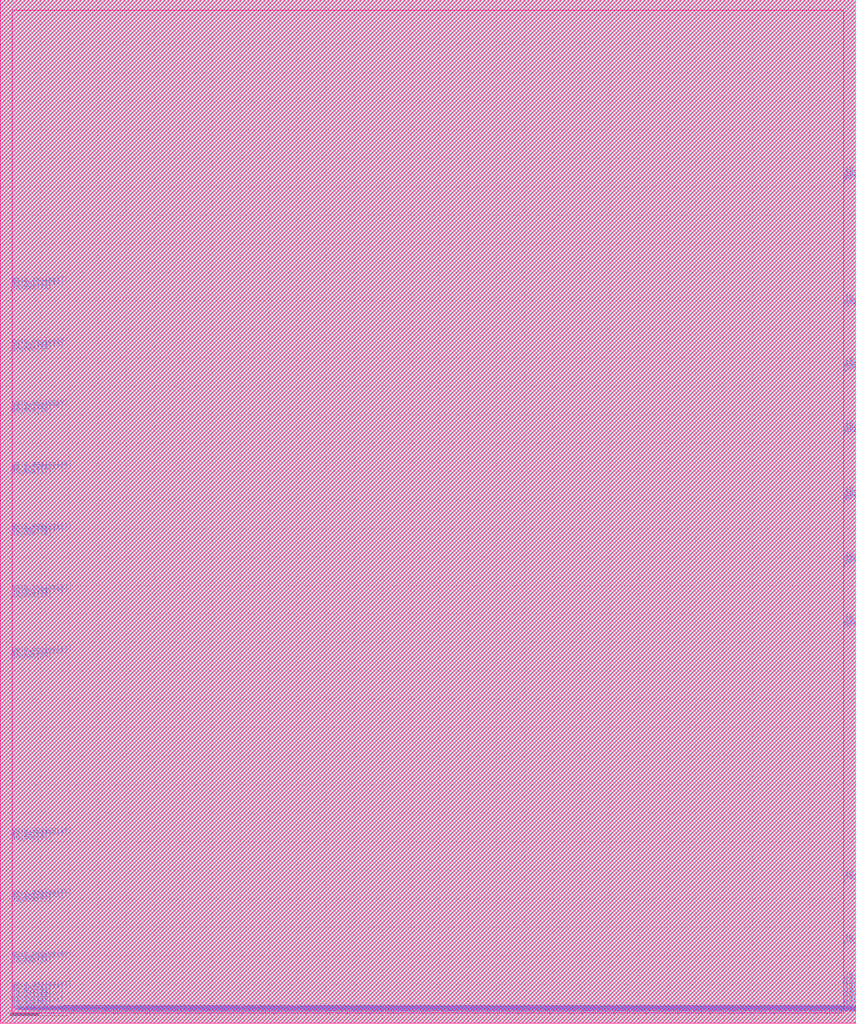
<source format=lef>
VERSION 5.7 ;
  NOWIREEXTENSIONATPIN ON ;
  DIVIDERCHAR "/" ;
  BUSBITCHARS "[]" ;
MACRO user_analog_project_wrapper
  CLASS BLOCK ;
  FOREIGN user_analog_project_wrapper ;
  ORIGIN 0.000 0.000 ;
  SIZE 2920.000 BY 3520.000 ;
  PIN gpio_analog[0]
    DIRECTION INOUT ;
    USE SIGNAL ;
    PORT
      LAYER met3 ;
        RECT 2920.400000 1346.150000 2924.000000 1346.710000 ;
    END
  END gpio_analog[0]
  PIN gpio_analog[10]
    DIRECTION INOUT ;
    USE SIGNAL ;
    PORT
      LAYER met3 ;
        RECT -4.000000 1909.320000 -0.400000 1909.880000 ;
    END
  END gpio_analog[10]
  PIN gpio_analog[11]
    DIRECTION INOUT ;
    USE SIGNAL ;
    PORT
      LAYER met3 ;
        RECT -4.000000 1693.210000 -0.400000 1693.770000 ;
    END
  END gpio_analog[11]
  PIN gpio_analog[12]
    DIRECTION INOUT ;
    USE SIGNAL ;
    PORT
      LAYER met3 ;
        RECT -4.000000 1477.100000 -0.400000 1477.660000 ;
    END
  END gpio_analog[12]
  PIN gpio_analog[13]
    DIRECTION INOUT ;
    USE SIGNAL ;
    PORT
      LAYER met3 ;
        RECT -4.000000 1261.990000 -0.400000 1262.550000 ;
    END
  END gpio_analog[13]
  PIN gpio_analog[14]
    DIRECTION INOUT ;
    USE SIGNAL ;
    PORT
      LAYER met3 ;
        RECT -4.000000 623.880000 -0.400000 624.440000 ;
    END
  END gpio_analog[14]
  PIN gpio_analog[15]
    DIRECTION INOUT ;
    USE SIGNAL ;
    PORT
      LAYER met3 ;
        RECT -4.000000 407.770000 -0.400000 408.330000 ;
    END
  END gpio_analog[15]
  PIN gpio_analog[16]
    DIRECTION INOUT ;
    USE SIGNAL ;
    PORT
      LAYER met3 ;
        RECT -4.000000 191.660000 -0.400000 192.220000 ;
    END
  END gpio_analog[16]
  PIN gpio_analog[17]
    DIRECTION INOUT ;
    USE SIGNAL ;
    PORT
      LAYER met3 ;
        RECT -4.000000 84.550000 -0.400000 85.110000 ;
    END
  END gpio_analog[17]
  PIN gpio_analog[1]
    DIRECTION INOUT ;
    USE SIGNAL ;
    PORT
      LAYER met3 ;
        RECT 2920.400000 1568.260000 2924.000000 1568.820000 ;
    END
  END gpio_analog[1]
  PIN gpio_analog[2]
    DIRECTION INOUT ;
    USE SIGNAL ;
    PORT
      LAYER met3 ;
        RECT 2920.400000 1794.370000 2924.000000 1794.930000 ;
    END
  END gpio_analog[2]
  PIN gpio_analog[3]
    DIRECTION INOUT ;
    USE SIGNAL ;
    PORT
      LAYER met3 ;
        RECT 2920.400000 2026.480000 2924.000000 2027.040000 ;
    END
  END gpio_analog[3]
  PIN gpio_analog[4]
    DIRECTION INOUT ;
    USE SIGNAL ;
    PORT
      LAYER met3 ;
        RECT 2920.400000 2248.590000 2924.000000 2249.150000 ;
    END
  END gpio_analog[4]
  PIN gpio_analog[5]
    DIRECTION INOUT ;
    USE SIGNAL ;
    PORT
      LAYER met3 ;
        RECT 2920.400000 2470.700000 2924.000000 2471.260000 ;
    END
  END gpio_analog[5]
  PIN gpio_analog[6]
    DIRECTION INOUT ;
    USE SIGNAL ;
    PORT
      LAYER met3 ;
        RECT 2920.400000 2917.810000 2924.000000 2918.370000 ;
    END
  END gpio_analog[6]
  PIN gpio_analog[7]
    DIRECTION INOUT ;
    USE SIGNAL ;
    PORT
      LAYER met3 ;
        RECT -4.000000 2557.650000 -0.400000 2558.210000 ;
    END
  END gpio_analog[7]
  PIN gpio_analog[8]
    DIRECTION INOUT ;
    USE SIGNAL ;
    PORT
      LAYER met3 ;
        RECT -4.000000 2341.540000 -0.400000 2342.100000 ;
    END
  END gpio_analog[8]
  PIN gpio_analog[9]
    DIRECTION INOUT ;
    USE SIGNAL ;
    PORT
      LAYER met3 ;
        RECT -4.000000 2125.430000 -0.400000 2125.990000 ;
    END
  END gpio_analog[9]
  PIN gpio_noesd[0]
    DIRECTION INOUT ;
    USE SIGNAL ;
    PORT
      LAYER met3 ;
        RECT 2920.400000 1352.060000 2924.000000 1352.620000 ;
    END
  END gpio_noesd[0]
  PIN gpio_noesd[10]
    DIRECTION INOUT ;
    USE SIGNAL ;
    PORT
      LAYER met3 ;
        RECT -4.000000 1903.410000 -0.400000 1903.970000 ;
    END
  END gpio_noesd[10]
  PIN gpio_noesd[11]
    DIRECTION INOUT ;
    USE SIGNAL ;
    PORT
      LAYER met3 ;
        RECT -4.000000 1687.300000 -0.400000 1687.860000 ;
    END
  END gpio_noesd[11]
  PIN gpio_noesd[12]
    DIRECTION INOUT ;
    USE SIGNAL ;
    PORT
      LAYER met3 ;
        RECT -4.000000 1471.190000 -0.400000 1471.750000 ;
    END
  END gpio_noesd[12]
  PIN gpio_noesd[13]
    DIRECTION INOUT ;
    USE SIGNAL ;
    PORT
      LAYER met3 ;
        RECT -4.000000 1256.080000 -0.400000 1256.640000 ;
    END
  END gpio_noesd[13]
  PIN gpio_noesd[14]
    DIRECTION INOUT ;
    USE SIGNAL ;
    PORT
      LAYER met3 ;
        RECT -4.000000 617.970000 -0.400000 618.530000 ;
    END
  END gpio_noesd[14]
  PIN gpio_noesd[15]
    DIRECTION INOUT ;
    USE SIGNAL ;
    PORT
      LAYER met3 ;
        RECT -4.000000 401.860000 -0.400000 402.420000 ;
    END
  END gpio_noesd[15]
  PIN gpio_noesd[16]
    DIRECTION INOUT ;
    USE SIGNAL ;
    PORT
      LAYER met3 ;
        RECT -4.000000 185.750000 -0.400000 186.310000 ;
    END
  END gpio_noesd[16]
  PIN gpio_noesd[17]
    DIRECTION INOUT ;
    USE SIGNAL ;
    PORT
      LAYER met3 ;
        RECT -4.000000 78.640000 -0.400000 79.200000 ;
    END
  END gpio_noesd[17]
  PIN gpio_noesd[1]
    DIRECTION INOUT ;
    USE SIGNAL ;
    PORT
      LAYER met3 ;
        RECT 2920.400000 1574.170000 2924.000000 1574.730000 ;
    END
  END gpio_noesd[1]
  PIN gpio_noesd[2]
    DIRECTION INOUT ;
    USE SIGNAL ;
    PORT
      LAYER met3 ;
        RECT 2920.400000 1800.280000 2924.000000 1800.840000 ;
    END
  END gpio_noesd[2]
  PIN gpio_noesd[3]
    DIRECTION INOUT ;
    USE SIGNAL ;
    PORT
      LAYER met3 ;
        RECT 2920.400000 2032.390000 2924.000000 2032.950000 ;
    END
  END gpio_noesd[3]
  PIN gpio_noesd[4]
    DIRECTION INOUT ;
    USE SIGNAL ;
    PORT
      LAYER met3 ;
        RECT 2920.400000 2254.500000 2924.000000 2255.060000 ;
    END
  END gpio_noesd[4]
  PIN gpio_noesd[5]
    DIRECTION INOUT ;
    USE SIGNAL ;
    PORT
      LAYER met3 ;
        RECT 2920.400000 2476.610000 2924.000000 2477.170000 ;
    END
  END gpio_noesd[5]
  PIN gpio_noesd[6]
    DIRECTION INOUT ;
    USE SIGNAL ;
    PORT
      LAYER met3 ;
        RECT 2920.400000 2923.720000 2924.000000 2924.280000 ;
    END
  END gpio_noesd[6]
  PIN gpio_noesd[7]
    DIRECTION INOUT ;
    USE SIGNAL ;
    PORT
      LAYER met3 ;
        RECT -4.000000 2551.740000 -0.400000 2552.300000 ;
    END
  END gpio_noesd[7]
  PIN gpio_noesd[8]
    DIRECTION INOUT ;
    USE SIGNAL ;
    PORT
      LAYER met3 ;
        RECT -4.000000 2335.630000 -0.400000 2336.190000 ;
    END
  END gpio_noesd[8]
  PIN gpio_noesd[9]
    DIRECTION INOUT ;
    USE SIGNAL ;
    PORT
      LAYER met3 ;
        RECT -4.000000 2119.520000 -0.400000 2120.080000 ;
    END
  END gpio_noesd[9]
  PIN io_analog[0]
    DIRECTION INOUT ;
    USE SIGNAL ;
    PORT
    END
  END io_analog[0]
  PIN io_analog[10]
    DIRECTION INOUT ;
    USE SIGNAL ;
    PORT
    END
  END io_analog[10]
  PIN io_analog[1]
    DIRECTION INOUT ;
    USE SIGNAL ;
    PORT
    END
  END io_analog[1]
  PIN io_analog[2]
    DIRECTION INOUT ;
    USE SIGNAL ;
    PORT
    END
  END io_analog[2]
  PIN io_analog[3]
    DIRECTION INOUT ;
    USE SIGNAL ;
    PORT
    END
  END io_analog[3]
  PIN io_analog[4]
    DIRECTION INOUT ;
    USE SIGNAL ;
    PORT
    END
  END io_analog[4]
  PIN io_analog[5]
    DIRECTION INOUT ;
    USE SIGNAL ;
    PORT
    END
  END io_analog[5]
  PIN io_analog[6]
    DIRECTION INOUT ;
    USE SIGNAL ;
    PORT
    END
  END io_analog[6]
  PIN io_analog[7]
    DIRECTION INOUT ;
    USE SIGNAL ;
    PORT
    END
  END io_analog[7]
  PIN io_analog[8]
    DIRECTION INOUT ;
    USE SIGNAL ;
    PORT
    END
  END io_analog[8]
  PIN io_analog[9]
    DIRECTION INOUT ;
    USE SIGNAL ;
    PORT
    END
  END io_analog[9]
  PIN io_analog[4]
    DIRECTION INOUT ;
    USE SIGNAL ;
    PORT
    END
  END io_analog[4]
  PIN io_analog[5]
    DIRECTION INOUT ;
    USE SIGNAL ;
    PORT
    END
  END io_analog[5]
  PIN io_analog[6]
    DIRECTION INOUT ;
    USE SIGNAL ;
    PORT
    END
  END io_analog[6]
  PIN io_clamp_high[0]
    DIRECTION INOUT ;
    USE SIGNAL ;
    PORT
    END
  END io_clamp_high[0]
  PIN io_clamp_high[1]
    DIRECTION INOUT ;
    USE SIGNAL ;
    PORT
    END
  END io_clamp_high[1]
  PIN io_clamp_high[2]
    DIRECTION INOUT ;
    USE SIGNAL ;
    PORT
    END
  END io_clamp_high[2]
  PIN io_clamp_low[0]
    DIRECTION INOUT ;
    USE SIGNAL ;
    PORT
    END
  END io_clamp_low[0]
  PIN io_clamp_low[1]
    DIRECTION INOUT ;
    USE SIGNAL ;
    PORT
    END
  END io_clamp_low[1]
  PIN io_clamp_low[2]
    DIRECTION INOUT ;
    USE SIGNAL ;
    PORT
    END
  END io_clamp_low[2]
  PIN io_in[0]
    DIRECTION INPUT ;
    USE SIGNAL ;
    PORT
      LAYER met3 ;
        RECT 2920.400000 13.630000 2924.000000 14.190000 ;
    END
  END io_in[0]
  PIN io_in[10]
    DIRECTION INPUT ;
    USE SIGNAL ;
    PORT
      LAYER met3 ;
        RECT 2920.400000 2044.210000 2924.000000 2044.770000 ;
    END
  END io_in[10]
  PIN io_in[11]
    DIRECTION INPUT ;
    USE SIGNAL ;
    PORT
      LAYER met3 ;
        RECT 2920.400000 2266.320000 2924.000000 2266.880000 ;
    END
  END io_in[11]
  PIN io_in[12]
    DIRECTION INPUT ;
    USE SIGNAL ;
    PORT
      LAYER met3 ;
        RECT 2920.400000 2488.430000 2924.000000 2488.990000 ;
    END
  END io_in[12]
  PIN io_in[13]
    DIRECTION INPUT ;
    USE SIGNAL ;
    PORT
      LAYER met3 ;
        RECT 2920.400000 2935.540000 2924.000000 2936.100000 ;
    END
  END io_in[13]
  PIN io_in[14]
    DIRECTION INPUT ;
    USE SIGNAL ;
    PORT
      LAYER met3 ;
        RECT -4.000000 2539.920000 -0.400000 2540.480000 ;
    END
  END io_in[14]
  PIN io_in[15]
    DIRECTION INPUT ;
    USE SIGNAL ;
    PORT
      LAYER met3 ;
        RECT -4.000000 2323.810000 -0.400000 2324.370000 ;
    END
  END io_in[15]
  PIN io_in[16]
    DIRECTION INPUT ;
    USE SIGNAL ;
    PORT
      LAYER met3 ;
        RECT -4.000000 2107.700000 -0.400000 2108.260000 ;
    END
  END io_in[16]
  PIN io_in[17]
    DIRECTION INPUT ;
    USE SIGNAL ;
    PORT
      LAYER met3 ;
        RECT -4.000000 1891.590000 -0.400000 1892.150000 ;
    END
  END io_in[17]
  PIN io_in[18]
    DIRECTION INPUT ;
    USE SIGNAL ;
    PORT
      LAYER met3 ;
        RECT -4.000000 1675.480000 -0.400000 1676.040000 ;
    END
  END io_in[18]
  PIN io_in[19]
    DIRECTION INPUT ;
    USE SIGNAL ;
    PORT
      LAYER met3 ;
        RECT -4.000000 1459.370000 -0.400000 1459.930000 ;
    END
  END io_in[19]
  PIN io_in[1]
    DIRECTION INPUT ;
    USE SIGNAL ;
    PORT
      LAYER met3 ;
        RECT 2920.400000 37.270000 2924.000000 37.830000 ;
    END
  END io_in[1]
  PIN io_in[20]
    DIRECTION INPUT ;
    USE SIGNAL ;
    PORT
      LAYER met3 ;
        RECT -4.000000 1244.260000 -0.400000 1244.820000 ;
    END
  END io_in[20]
  PIN io_in[21]
    DIRECTION INPUT ;
    USE SIGNAL ;
    PORT
      LAYER met3 ;
        RECT -4.000000 606.150000 -0.400000 606.710000 ;
    END
  END io_in[21]
  PIN io_in[22]
    DIRECTION INPUT ;
    USE SIGNAL ;
    PORT
      LAYER met3 ;
        RECT -4.000000 390.040000 -0.400000 390.600000 ;
    END
  END io_in[22]
  PIN io_in[23]
    DIRECTION INPUT ;
    USE SIGNAL ;
    PORT
      LAYER met3 ;
        RECT -4.000000 173.930000 -0.400000 174.490000 ;
    END
  END io_in[23]
  PIN io_in[24]
    DIRECTION INPUT ;
    USE SIGNAL ;
    PORT
      LAYER met3 ;
        RECT -4.000000 66.820000 -0.400000 67.380000 ;
    END
  END io_in[24]
  PIN io_in[25]
    DIRECTION INPUT ;
    USE SIGNAL ;
    PORT
      LAYER met3 ;
        RECT -4.000000 43.180000 -0.400000 43.740000 ;
    END
  END io_in[25]
  PIN io_in[26]
    DIRECTION INPUT ;
    USE SIGNAL ;
    PORT
      LAYER met3 ;
        RECT -4.000000 19.540000 -0.400000 20.100000 ;
    END
  END io_in[26]
  PIN io_in[2]
    DIRECTION INPUT ;
    USE SIGNAL ;
    PORT
      LAYER met3 ;
        RECT 2920.400000 60.910000 2924.000000 61.470000 ;
    END
  END io_in[2]
  PIN io_in[3]
    DIRECTION INPUT ;
    USE SIGNAL ;
    PORT
      LAYER met3 ;
        RECT 2920.400000 84.550000 2924.000000 85.110000 ;
    END
  END io_in[3]
  PIN io_in[4]
    DIRECTION INPUT ;
    USE SIGNAL ;
    PORT
      LAYER met3 ;
        RECT 2920.400000 108.190000 2924.000000 108.750000 ;
    END
  END io_in[4]
  PIN io_in[5]
    DIRECTION INPUT ;
    USE SIGNAL ;
    PORT
      LAYER met3 ;
        RECT 2920.400000 240.480000 2924.000000 241.040000 ;
    END
  END io_in[5]
  PIN io_in[6]
    DIRECTION INPUT ;
    USE SIGNAL ;
    PORT
      LAYER met3 ;
        RECT 2920.400000 463.770000 2924.000000 464.330000 ;
    END
  END io_in[6]
  PIN io_in[7]
    DIRECTION INPUT ;
    USE SIGNAL ;
    PORT
      LAYER met3 ;
        RECT 2920.400000 1363.880000 2924.000000 1364.440000 ;
    END
  END io_in[7]
  PIN io_in[8]
    DIRECTION INPUT ;
    USE SIGNAL ;
    PORT
      LAYER met3 ;
        RECT 2920.400000 1585.990000 2924.000000 1586.550000 ;
    END
  END io_in[8]
  PIN io_in[9]
    DIRECTION INPUT ;
    USE SIGNAL ;
    PORT
      LAYER met3 ;
        RECT 2920.400000 1812.100000 2924.000000 1812.660000 ;
    END
  END io_in[9]
  PIN io_in_3v3[0]
    DIRECTION INPUT ;
    USE SIGNAL ;
    PORT
      LAYER met3 ;
        RECT 2920.400000 7.720000 2924.000000 8.280000 ;
    END
  END io_in_3v3[0]
  PIN io_in_3v3[10]
    DIRECTION INPUT ;
    USE SIGNAL ;
    PORT
      LAYER met3 ;
        RECT 2920.400000 2038.300000 2924.000000 2038.860000 ;
    END
  END io_in_3v3[10]
  PIN io_in_3v3[11]
    DIRECTION INPUT ;
    USE SIGNAL ;
    PORT
      LAYER met3 ;
        RECT 2920.400000 2260.410000 2924.000000 2260.970000 ;
    END
  END io_in_3v3[11]
  PIN io_in_3v3[12]
    DIRECTION INPUT ;
    USE SIGNAL ;
    PORT
      LAYER met3 ;
        RECT 2920.400000 2482.520000 2924.000000 2483.080000 ;
    END
  END io_in_3v3[12]
  PIN io_in_3v3[13]
    DIRECTION INPUT ;
    USE SIGNAL ;
    PORT
      LAYER met3 ;
        RECT 2920.400000 2929.630000 2924.000000 2930.190000 ;
    END
  END io_in_3v3[13]
  PIN io_in_3v3[14]
    DIRECTION INPUT ;
    USE SIGNAL ;
    PORT
      LAYER met3 ;
        RECT -4.000000 2545.830000 -0.400000 2546.390000 ;
    END
  END io_in_3v3[14]
  PIN io_in_3v3[15]
    DIRECTION INPUT ;
    USE SIGNAL ;
    PORT
      LAYER met3 ;
        RECT -4.000000 2329.720000 -0.400000 2330.280000 ;
    END
  END io_in_3v3[15]
  PIN io_in_3v3[16]
    DIRECTION INPUT ;
    USE SIGNAL ;
    PORT
      LAYER met3 ;
        RECT -4.000000 2113.610000 -0.400000 2114.170000 ;
    END
  END io_in_3v3[16]
  PIN io_in_3v3[17]
    DIRECTION INPUT ;
    USE SIGNAL ;
    PORT
      LAYER met3 ;
        RECT -4.000000 1897.500000 -0.400000 1898.060000 ;
    END
  END io_in_3v3[17]
  PIN io_in_3v3[18]
    DIRECTION INPUT ;
    USE SIGNAL ;
    PORT
      LAYER met3 ;
        RECT -4.000000 1681.390000 -0.400000 1681.950000 ;
    END
  END io_in_3v3[18]
  PIN io_in_3v3[19]
    DIRECTION INPUT ;
    USE SIGNAL ;
    PORT
      LAYER met3 ;
        RECT -4.000000 1465.280000 -0.400000 1465.840000 ;
    END
  END io_in_3v3[19]
  PIN io_in_3v3[1]
    DIRECTION INPUT ;
    USE SIGNAL ;
    PORT
      LAYER met3 ;
        RECT 2920.400000 31.360000 2924.000000 31.920000 ;
    END
  END io_in_3v3[1]
  PIN io_in_3v3[20]
    DIRECTION INPUT ;
    USE SIGNAL ;
    PORT
      LAYER met3 ;
        RECT -4.000000 1250.170000 -0.400000 1250.730000 ;
    END
  END io_in_3v3[20]
  PIN io_in_3v3[21]
    DIRECTION INPUT ;
    USE SIGNAL ;
    PORT
      LAYER met3 ;
        RECT -4.000000 612.060000 -0.400000 612.620000 ;
    END
  END io_in_3v3[21]
  PIN io_in_3v3[22]
    DIRECTION INPUT ;
    USE SIGNAL ;
    PORT
      LAYER met3 ;
        RECT -4.000000 395.950000 -0.400000 396.510000 ;
    END
  END io_in_3v3[22]
  PIN io_in_3v3[23]
    DIRECTION INPUT ;
    USE SIGNAL ;
    PORT
      LAYER met3 ;
        RECT -4.000000 179.840000 -0.400000 180.400000 ;
    END
  END io_in_3v3[23]
  PIN io_in_3v3[24]
    DIRECTION INPUT ;
    USE SIGNAL ;
    PORT
      LAYER met3 ;
        RECT -4.000000 72.730000 -0.400000 73.290000 ;
    END
  END io_in_3v3[24]
  PIN io_in_3v3[25]
    DIRECTION INPUT ;
    USE SIGNAL ;
    PORT
      LAYER met3 ;
        RECT -4.000000 49.090000 -0.400000 49.650000 ;
    END
  END io_in_3v3[25]
  PIN io_in_3v3[26]
    DIRECTION INPUT ;
    USE SIGNAL ;
    PORT
      LAYER met3 ;
        RECT -4.000000 25.450000 -0.400000 26.010000 ;
    END
  END io_in_3v3[26]
  PIN io_in_3v3[2]
    DIRECTION INPUT ;
    USE SIGNAL ;
    PORT
      LAYER met3 ;
        RECT 2920.400000 55.000000 2924.000000 55.560000 ;
    END
  END io_in_3v3[2]
  PIN io_in_3v3[3]
    DIRECTION INPUT ;
    USE SIGNAL ;
    PORT
      LAYER met3 ;
        RECT 2920.400000 78.640000 2924.000000 79.200000 ;
    END
  END io_in_3v3[3]
  PIN io_in_3v3[4]
    DIRECTION INPUT ;
    USE SIGNAL ;
    PORT
      LAYER met3 ;
        RECT 2920.400000 102.280000 2924.000000 102.840000 ;
    END
  END io_in_3v3[4]
  PIN io_in_3v3[5]
    DIRECTION INPUT ;
    USE SIGNAL ;
    PORT
      LAYER met3 ;
        RECT 2920.400000 234.570000 2924.000000 235.130000 ;
    END
  END io_in_3v3[5]
  PIN io_in_3v3[6]
    DIRECTION INPUT ;
    USE SIGNAL ;
    PORT
      LAYER met3 ;
        RECT 2920.400000 457.860000 2924.000000 458.420000 ;
    END
  END io_in_3v3[6]
  PIN io_in_3v3[7]
    DIRECTION INPUT ;
    USE SIGNAL ;
    PORT
      LAYER met3 ;
        RECT 2920.400000 1357.970000 2924.000000 1358.530000 ;
    END
  END io_in_3v3[7]
  PIN io_in_3v3[8]
    DIRECTION INPUT ;
    USE SIGNAL ;
    PORT
      LAYER met3 ;
        RECT 2920.400000 1580.080000 2924.000000 1580.640000 ;
    END
  END io_in_3v3[8]
  PIN io_in_3v3[9]
    DIRECTION INPUT ;
    USE SIGNAL ;
    PORT
      LAYER met3 ;
        RECT 2920.400000 1806.190000 2924.000000 1806.750000 ;
    END
  END io_in_3v3[9]
  PIN io_oeb[0]
    DIRECTION OUTPUT TRISTATE ;
    USE SIGNAL ;
    PORT
      LAYER met3 ;
        RECT 2920.400000 25.450000 2924.000000 26.010000 ;
    END
  END io_oeb[0]
  PIN io_oeb[10]
    DIRECTION OUTPUT TRISTATE ;
    USE SIGNAL ;
    PORT
      LAYER met3 ;
        RECT 2920.400000 2056.030000 2924.000000 2056.590000 ;
    END
  END io_oeb[10]
  PIN io_oeb[11]
    DIRECTION OUTPUT TRISTATE ;
    USE SIGNAL ;
    PORT
      LAYER met3 ;
        RECT 2920.400000 2278.140000 2924.000000 2278.700000 ;
    END
  END io_oeb[11]
  PIN io_oeb[12]
    DIRECTION OUTPUT TRISTATE ;
    USE SIGNAL ;
    PORT
      LAYER met3 ;
        RECT 2920.400000 2500.250000 2924.000000 2500.810000 ;
    END
  END io_oeb[12]
  PIN io_oeb[13]
    DIRECTION OUTPUT TRISTATE ;
    USE SIGNAL ;
    PORT
      LAYER met3 ;
        RECT 2920.400000 2947.360000 2924.000000 2947.920000 ;
    END
  END io_oeb[13]
  PIN io_oeb[14]
    DIRECTION OUTPUT TRISTATE ;
    USE SIGNAL ;
    PORT
      LAYER met3 ;
        RECT -4.000000 2528.100000 -0.400000 2528.660000 ;
    END
  END io_oeb[14]
  PIN io_oeb[15]
    DIRECTION OUTPUT TRISTATE ;
    USE SIGNAL ;
    PORT
      LAYER met3 ;
        RECT -4.000000 2311.990000 -0.400000 2312.550000 ;
    END
  END io_oeb[15]
  PIN io_oeb[16]
    DIRECTION OUTPUT TRISTATE ;
    USE SIGNAL ;
    PORT
      LAYER met3 ;
        RECT -4.000000 2095.880000 -0.400000 2096.440000 ;
    END
  END io_oeb[16]
  PIN io_oeb[17]
    DIRECTION OUTPUT TRISTATE ;
    USE SIGNAL ;
    PORT
      LAYER met3 ;
        RECT -4.000000 1879.770000 -0.400000 1880.330000 ;
    END
  END io_oeb[17]
  PIN io_oeb[18]
    DIRECTION OUTPUT TRISTATE ;
    USE SIGNAL ;
    PORT
      LAYER met3 ;
        RECT -4.000000 1663.660000 -0.400000 1664.220000 ;
    END
  END io_oeb[18]
  PIN io_oeb[19]
    DIRECTION OUTPUT TRISTATE ;
    USE SIGNAL ;
    PORT
      LAYER met3 ;
        RECT -4.000000 1447.550000 -0.400000 1448.110000 ;
    END
  END io_oeb[19]
  PIN io_oeb[1]
    DIRECTION OUTPUT TRISTATE ;
    USE SIGNAL ;
    PORT
      LAYER met3 ;
        RECT 2920.400000 49.090000 2924.000000 49.650000 ;
    END
  END io_oeb[1]
  PIN io_oeb[20]
    DIRECTION OUTPUT TRISTATE ;
    USE SIGNAL ;
    PORT
      LAYER met3 ;
        RECT -4.000000 1232.440000 -0.400000 1233.000000 ;
    END
  END io_oeb[20]
  PIN io_oeb[21]
    DIRECTION OUTPUT TRISTATE ;
    USE SIGNAL ;
    PORT
      LAYER met3 ;
        RECT -4.000000 594.330000 -0.400000 594.890000 ;
    END
  END io_oeb[21]
  PIN io_oeb[22]
    DIRECTION OUTPUT TRISTATE ;
    USE SIGNAL ;
    PORT
      LAYER met3 ;
        RECT -4.000000 378.220000 -0.400000 378.780000 ;
    END
  END io_oeb[22]
  PIN io_oeb[23]
    DIRECTION OUTPUT TRISTATE ;
    USE SIGNAL ;
    PORT
      LAYER met3 ;
        RECT -4.000000 162.110000 -0.400000 162.670000 ;
    END
  END io_oeb[23]
  PIN io_oeb[24]
    DIRECTION OUTPUT TRISTATE ;
    USE SIGNAL ;
    PORT
      LAYER met3 ;
        RECT -4.000000 55.000000 -0.400000 55.560000 ;
    END
  END io_oeb[24]
  PIN io_oeb[25]
    DIRECTION OUTPUT TRISTATE ;
    USE SIGNAL ;
    PORT
      LAYER met3 ;
        RECT -4.000000 31.360000 -0.400000 31.920000 ;
    END
  END io_oeb[25]
  PIN io_oeb[26]
    DIRECTION OUTPUT TRISTATE ;
    USE SIGNAL ;
    PORT
      LAYER met3 ;
        RECT -4.000000 7.720000 -0.400000 8.280000 ;
    END
  END io_oeb[26]
  PIN io_oeb[2]
    DIRECTION OUTPUT TRISTATE ;
    USE SIGNAL ;
    PORT
      LAYER met3 ;
        RECT 2920.400000 72.730000 2924.000000 73.290000 ;
    END
  END io_oeb[2]
  PIN io_oeb[3]
    DIRECTION OUTPUT TRISTATE ;
    USE SIGNAL ;
    PORT
      LAYER met3 ;
        RECT 2920.400000 96.370000 2924.000000 96.930000 ;
    END
  END io_oeb[3]
  PIN io_oeb[4]
    DIRECTION OUTPUT TRISTATE ;
    USE SIGNAL ;
    PORT
      LAYER met3 ;
        RECT 2920.400000 120.010000 2924.000000 120.570000 ;
    END
  END io_oeb[4]
  PIN io_oeb[5]
    DIRECTION OUTPUT TRISTATE ;
    USE SIGNAL ;
    PORT
      LAYER met3 ;
        RECT 2920.400000 252.300000 2924.000000 252.860000 ;
    END
  END io_oeb[5]
  PIN io_oeb[6]
    DIRECTION OUTPUT TRISTATE ;
    USE SIGNAL ;
    PORT
      LAYER met3 ;
        RECT 2920.400000 475.590000 2924.000000 476.150000 ;
    END
  END io_oeb[6]
  PIN io_oeb[7]
    DIRECTION OUTPUT TRISTATE ;
    USE SIGNAL ;
    PORT
      LAYER met3 ;
        RECT 2920.400000 1375.700000 2924.000000 1376.260000 ;
    END
  END io_oeb[7]
  PIN io_oeb[8]
    DIRECTION OUTPUT TRISTATE ;
    USE SIGNAL ;
    PORT
      LAYER met3 ;
        RECT 2920.400000 1597.810000 2924.000000 1598.370000 ;
    END
  END io_oeb[8]
  PIN io_oeb[9]
    DIRECTION OUTPUT TRISTATE ;
    USE SIGNAL ;
    PORT
      LAYER met3 ;
        RECT 2920.400000 1823.920000 2924.000000 1824.480000 ;
    END
  END io_oeb[9]
  PIN io_out[0]
    DIRECTION OUTPUT TRISTATE ;
    USE SIGNAL ;
    PORT
      LAYER met3 ;
        RECT 2920.400000 19.540000 2924.000000 20.100000 ;
    END
  END io_out[0]
  PIN io_out[10]
    DIRECTION OUTPUT TRISTATE ;
    USE SIGNAL ;
    PORT
      LAYER met3 ;
        RECT 2920.400000 2050.120000 2924.000000 2050.680000 ;
    END
  END io_out[10]
  PIN io_out[11]
    DIRECTION OUTPUT TRISTATE ;
    USE SIGNAL ;
    PORT
      LAYER met3 ;
        RECT 2920.400000 2272.230000 2924.000000 2272.790000 ;
    END
  END io_out[11]
  PIN io_out[12]
    DIRECTION OUTPUT TRISTATE ;
    USE SIGNAL ;
    PORT
      LAYER met3 ;
        RECT 2920.400000 2494.340000 2924.000000 2494.900000 ;
    END
  END io_out[12]
  PIN io_out[13]
    DIRECTION OUTPUT TRISTATE ;
    USE SIGNAL ;
    PORT
      LAYER met3 ;
        RECT 2920.400000 2941.450000 2924.000000 2942.010000 ;
    END
  END io_out[13]
  PIN io_out[14]
    DIRECTION OUTPUT TRISTATE ;
    USE SIGNAL ;
    PORT
      LAYER met3 ;
        RECT -4.000000 2534.010000 -0.400000 2534.570000 ;
    END
  END io_out[14]
  PIN io_out[15]
    DIRECTION OUTPUT TRISTATE ;
    USE SIGNAL ;
    PORT
      LAYER met3 ;
        RECT -4.000000 2317.900000 -0.400000 2318.460000 ;
    END
  END io_out[15]
  PIN io_out[16]
    DIRECTION OUTPUT TRISTATE ;
    USE SIGNAL ;
    PORT
      LAYER met3 ;
        RECT -4.000000 2101.790000 -0.400000 2102.350000 ;
    END
  END io_out[16]
  PIN io_out[17]
    DIRECTION OUTPUT TRISTATE ;
    USE SIGNAL ;
    PORT
      LAYER met3 ;
        RECT -4.000000 1885.680000 -0.400000 1886.240000 ;
    END
  END io_out[17]
  PIN io_out[18]
    DIRECTION OUTPUT TRISTATE ;
    USE SIGNAL ;
    PORT
      LAYER met3 ;
        RECT -4.000000 1669.570000 -0.400000 1670.130000 ;
    END
  END io_out[18]
  PIN io_out[19]
    DIRECTION OUTPUT TRISTATE ;
    USE SIGNAL ;
    PORT
      LAYER met3 ;
        RECT -4.000000 1453.460000 -0.400000 1454.020000 ;
    END
  END io_out[19]
  PIN io_out[1]
    DIRECTION OUTPUT TRISTATE ;
    USE SIGNAL ;
    PORT
      LAYER met3 ;
        RECT 2920.400000 43.180000 2924.000000 43.740000 ;
    END
  END io_out[1]
  PIN io_out[20]
    DIRECTION OUTPUT TRISTATE ;
    USE SIGNAL ;
    PORT
      LAYER met3 ;
        RECT -4.000000 1238.350000 -0.400000 1238.910000 ;
    END
  END io_out[20]
  PIN io_out[21]
    DIRECTION OUTPUT TRISTATE ;
    USE SIGNAL ;
    PORT
      LAYER met3 ;
        RECT -4.000000 600.240000 -0.400000 600.800000 ;
    END
  END io_out[21]
  PIN io_out[22]
    DIRECTION OUTPUT TRISTATE ;
    USE SIGNAL ;
    PORT
      LAYER met3 ;
        RECT -4.000000 384.130000 -0.400000 384.690000 ;
    END
  END io_out[22]
  PIN io_out[23]
    DIRECTION OUTPUT TRISTATE ;
    USE SIGNAL ;
    PORT
      LAYER met3 ;
        RECT -4.000000 168.020000 -0.400000 168.580000 ;
    END
  END io_out[23]
  PIN io_out[24]
    DIRECTION OUTPUT TRISTATE ;
    USE SIGNAL ;
    PORT
      LAYER met3 ;
        RECT -4.000000 60.910000 -0.400000 61.470000 ;
    END
  END io_out[24]
  PIN io_out[25]
    DIRECTION OUTPUT TRISTATE ;
    USE SIGNAL ;
    PORT
      LAYER met3 ;
        RECT -4.000000 37.270000 -0.400000 37.830000 ;
    END
  END io_out[25]
  PIN io_out[26]
    DIRECTION OUTPUT TRISTATE ;
    USE SIGNAL ;
    PORT
      LAYER met3 ;
        RECT -4.000000 13.630000 -0.400000 14.190000 ;
    END
  END io_out[26]
  PIN io_out[2]
    DIRECTION OUTPUT TRISTATE ;
    USE SIGNAL ;
    PORT
      LAYER met3 ;
        RECT 2920.400000 66.820000 2924.000000 67.380000 ;
    END
  END io_out[2]
  PIN io_out[3]
    DIRECTION OUTPUT TRISTATE ;
    USE SIGNAL ;
    PORT
      LAYER met3 ;
        RECT 2920.400000 90.460000 2924.000000 91.020000 ;
    END
  END io_out[3]
  PIN io_out[4]
    DIRECTION OUTPUT TRISTATE ;
    USE SIGNAL ;
    PORT
      LAYER met3 ;
        RECT 2920.400000 114.100000 2924.000000 114.660000 ;
    END
  END io_out[4]
  PIN io_out[5]
    DIRECTION OUTPUT TRISTATE ;
    USE SIGNAL ;
    PORT
      LAYER met3 ;
        RECT 2920.400000 246.390000 2924.000000 246.950000 ;
    END
  END io_out[5]
  PIN io_out[6]
    DIRECTION OUTPUT TRISTATE ;
    USE SIGNAL ;
    PORT
      LAYER met3 ;
        RECT 2920.400000 469.680000 2924.000000 470.240000 ;
    END
  END io_out[6]
  PIN io_out[7]
    DIRECTION OUTPUT TRISTATE ;
    USE SIGNAL ;
    PORT
      LAYER met3 ;
        RECT 2920.400000 1369.790000 2924.000000 1370.350000 ;
    END
  END io_out[7]
  PIN io_out[8]
    DIRECTION OUTPUT TRISTATE ;
    USE SIGNAL ;
    PORT
      LAYER met3 ;
        RECT 2920.400000 1591.900000 2924.000000 1592.460000 ;
    END
  END io_out[8]
  PIN io_out[9]
    DIRECTION OUTPUT TRISTATE ;
    USE SIGNAL ;
    PORT
      LAYER met3 ;
        RECT 2920.400000 1818.010000 2924.000000 1818.570000 ;
    END
  END io_out[9]
  PIN la_data_in[0]
    DIRECTION INPUT ;
    USE SIGNAL ;
    PORT
      LAYER met2 ;
        RECT 629.080000 -4.000000 629.640000 -0.400000 ;
    END
  END la_data_in[0]
  PIN la_data_in[100]
    DIRECTION INPUT ;
    USE SIGNAL ;
    PORT
      LAYER met2 ;
        RECT 2402.080000 -4.000000 2402.640000 -0.400000 ;
    END
  END la_data_in[100]
  PIN la_data_in[101]
    DIRECTION INPUT ;
    USE SIGNAL ;
    PORT
      LAYER met2 ;
        RECT 2419.810000 -4.000000 2420.370000 -0.400000 ;
    END
  END la_data_in[101]
  PIN la_data_in[102]
    DIRECTION INPUT ;
    USE SIGNAL ;
    PORT
      LAYER met2 ;
        RECT 2437.540000 -4.000000 2438.100000 -0.400000 ;
    END
  END la_data_in[102]
  PIN la_data_in[103]
    DIRECTION INPUT ;
    USE SIGNAL ;
    PORT
      LAYER met2 ;
        RECT 2455.270000 -4.000000 2455.830000 -0.400000 ;
    END
  END la_data_in[103]
  PIN la_data_in[104]
    DIRECTION INPUT ;
    USE SIGNAL ;
    PORT
      LAYER met2 ;
        RECT 2473.000000 -4.000000 2473.560000 -0.400000 ;
    END
  END la_data_in[104]
  PIN la_data_in[105]
    DIRECTION INPUT ;
    USE SIGNAL ;
    PORT
      LAYER met2 ;
        RECT 2490.730000 -4.000000 2491.290000 -0.400000 ;
    END
  END la_data_in[105]
  PIN la_data_in[106]
    DIRECTION INPUT ;
    USE SIGNAL ;
    PORT
      LAYER met2 ;
        RECT 2508.460000 -4.000000 2509.020000 -0.400000 ;
    END
  END la_data_in[106]
  PIN la_data_in[107]
    DIRECTION INPUT ;
    USE SIGNAL ;
    PORT
      LAYER met2 ;
        RECT 2526.190000 -4.000000 2526.750000 -0.400000 ;
    END
  END la_data_in[107]
  PIN la_data_in[108]
    DIRECTION INPUT ;
    USE SIGNAL ;
    PORT
      LAYER met2 ;
        RECT 2543.920000 -4.000000 2544.480000 -0.400000 ;
    END
  END la_data_in[108]
  PIN la_data_in[109]
    DIRECTION INPUT ;
    USE SIGNAL ;
    PORT
      LAYER met2 ;
        RECT 2561.650000 -4.000000 2562.210000 -0.400000 ;
    END
  END la_data_in[109]
  PIN la_data_in[10]
    DIRECTION INPUT ;
    USE SIGNAL ;
    PORT
      LAYER met2 ;
        RECT 806.380000 -4.000000 806.940000 -0.400000 ;
    END
  END la_data_in[10]
  PIN la_data_in[110]
    DIRECTION INPUT ;
    USE SIGNAL ;
    PORT
      LAYER met2 ;
        RECT 2579.380000 -4.000000 2579.940000 -0.400000 ;
    END
  END la_data_in[110]
  PIN la_data_in[111]
    DIRECTION INPUT ;
    USE SIGNAL ;
    PORT
      LAYER met2 ;
        RECT 2597.110000 -4.000000 2597.670000 -0.400000 ;
    END
  END la_data_in[111]
  PIN la_data_in[112]
    DIRECTION INPUT ;
    USE SIGNAL ;
    PORT
      LAYER met2 ;
        RECT 2614.840000 -4.000000 2615.400000 -0.400000 ;
    END
  END la_data_in[112]
  PIN la_data_in[113]
    DIRECTION INPUT ;
    USE SIGNAL ;
    PORT
      LAYER met2 ;
        RECT 2632.570000 -4.000000 2633.130000 -0.400000 ;
    END
  END la_data_in[113]
  PIN la_data_in[114]
    DIRECTION INPUT ;
    USE SIGNAL ;
    PORT
      LAYER met2 ;
        RECT 2650.300000 -4.000000 2650.860000 -0.400000 ;
    END
  END la_data_in[114]
  PIN la_data_in[115]
    DIRECTION INPUT ;
    USE SIGNAL ;
    PORT
      LAYER met2 ;
        RECT 2668.030000 -4.000000 2668.590000 -0.400000 ;
    END
  END la_data_in[115]
  PIN la_data_in[116]
    DIRECTION INPUT ;
    USE SIGNAL ;
    PORT
      LAYER met2 ;
        RECT 2685.760000 -4.000000 2686.320000 -0.400000 ;
    END
  END la_data_in[116]
  PIN la_data_in[117]
    DIRECTION INPUT ;
    USE SIGNAL ;
    PORT
      LAYER met2 ;
        RECT 2703.490000 -4.000000 2704.050000 -0.400000 ;
    END
  END la_data_in[117]
  PIN la_data_in[118]
    DIRECTION INPUT ;
    USE SIGNAL ;
    PORT
      LAYER met2 ;
        RECT 2721.220000 -4.000000 2721.780000 -0.400000 ;
    END
  END la_data_in[118]
  PIN la_data_in[119]
    DIRECTION INPUT ;
    USE SIGNAL ;
    PORT
      LAYER met2 ;
        RECT 2738.950000 -4.000000 2739.510000 -0.400000 ;
    END
  END la_data_in[119]
  PIN la_data_in[11]
    DIRECTION INPUT ;
    USE SIGNAL ;
    PORT
      LAYER met2 ;
        RECT 824.110000 -4.000000 824.670000 -0.400000 ;
    END
  END la_data_in[11]
  PIN la_data_in[120]
    DIRECTION INPUT ;
    USE SIGNAL ;
    PORT
      LAYER met2 ;
        RECT 2756.680000 -4.000000 2757.240000 -0.400000 ;
    END
  END la_data_in[120]
  PIN la_data_in[121]
    DIRECTION INPUT ;
    USE SIGNAL ;
    PORT
      LAYER met2 ;
        RECT 2774.410000 -4.000000 2774.970000 -0.400000 ;
    END
  END la_data_in[121]
  PIN la_data_in[122]
    DIRECTION INPUT ;
    USE SIGNAL ;
    PORT
      LAYER met2 ;
        RECT 2792.140000 -4.000000 2792.700000 -0.400000 ;
    END
  END la_data_in[122]
  PIN la_data_in[123]
    DIRECTION INPUT ;
    USE SIGNAL ;
    PORT
      LAYER met2 ;
        RECT 2809.870000 -4.000000 2810.430000 -0.400000 ;
    END
  END la_data_in[123]
  PIN la_data_in[124]
    DIRECTION INPUT ;
    USE SIGNAL ;
    PORT
      LAYER met2 ;
        RECT 2827.600000 -4.000000 2828.160000 -0.400000 ;
    END
  END la_data_in[124]
  PIN la_data_in[125]
    DIRECTION INPUT ;
    USE SIGNAL ;
    PORT
      LAYER met2 ;
        RECT 2845.330000 -4.000000 2845.890000 -0.400000 ;
    END
  END la_data_in[125]
  PIN la_data_in[126]
    DIRECTION INPUT ;
    USE SIGNAL ;
    PORT
      LAYER met2 ;
        RECT 2863.060000 -4.000000 2863.620000 -0.400000 ;
    END
  END la_data_in[126]
  PIN la_data_in[127]
    DIRECTION INPUT ;
    USE SIGNAL ;
    PORT
      LAYER met2 ;
        RECT 2880.790000 -4.000000 2881.350000 -0.400000 ;
    END
  END la_data_in[127]
  PIN la_data_in[12]
    DIRECTION INPUT ;
    USE SIGNAL ;
    PORT
      LAYER met2 ;
        RECT 841.840000 -4.000000 842.400000 -0.400000 ;
    END
  END la_data_in[12]
  PIN la_data_in[13]
    DIRECTION INPUT ;
    USE SIGNAL ;
    PORT
      LAYER met2 ;
        RECT 859.570000 -4.000000 860.130000 -0.400000 ;
    END
  END la_data_in[13]
  PIN la_data_in[14]
    DIRECTION INPUT ;
    USE SIGNAL ;
    PORT
      LAYER met2 ;
        RECT 877.300000 -4.000000 877.860000 -0.400000 ;
    END
  END la_data_in[14]
  PIN la_data_in[15]
    DIRECTION INPUT ;
    USE SIGNAL ;
    PORT
      LAYER met2 ;
        RECT 895.030000 -4.000000 895.590000 -0.400000 ;
    END
  END la_data_in[15]
  PIN la_data_in[16]
    DIRECTION INPUT ;
    USE SIGNAL ;
    PORT
      LAYER met2 ;
        RECT 912.760000 -4.000000 913.320000 -0.400000 ;
    END
  END la_data_in[16]
  PIN la_data_in[17]
    DIRECTION INPUT ;
    USE SIGNAL ;
    PORT
      LAYER met2 ;
        RECT 930.490000 -4.000000 931.050000 -0.400000 ;
    END
  END la_data_in[17]
  PIN la_data_in[18]
    DIRECTION INPUT ;
    USE SIGNAL ;
    PORT
      LAYER met2 ;
        RECT 948.220000 -4.000000 948.780000 -0.400000 ;
    END
  END la_data_in[18]
  PIN la_data_in[19]
    DIRECTION INPUT ;
    USE SIGNAL ;
    PORT
      LAYER met2 ;
        RECT 965.950000 -4.000000 966.510000 -0.400000 ;
    END
  END la_data_in[19]
  PIN la_data_in[1]
    DIRECTION INPUT ;
    USE SIGNAL ;
    PORT
      LAYER met2 ;
        RECT 646.810000 -4.000000 647.370000 -0.400000 ;
    END
  END la_data_in[1]
  PIN la_data_in[20]
    DIRECTION INPUT ;
    USE SIGNAL ;
    PORT
      LAYER met2 ;
        RECT 983.680000 -4.000000 984.240000 -0.400000 ;
    END
  END la_data_in[20]
  PIN la_data_in[21]
    DIRECTION INPUT ;
    USE SIGNAL ;
    PORT
      LAYER met2 ;
        RECT 1001.410000 -4.000000 1001.970000 -0.400000 ;
    END
  END la_data_in[21]
  PIN la_data_in[22]
    DIRECTION INPUT ;
    USE SIGNAL ;
    PORT
      LAYER met2 ;
        RECT 1019.140000 -4.000000 1019.700000 -0.400000 ;
    END
  END la_data_in[22]
  PIN la_data_in[23]
    DIRECTION INPUT ;
    USE SIGNAL ;
    PORT
      LAYER met2 ;
        RECT 1036.870000 -4.000000 1037.430000 -0.400000 ;
    END
  END la_data_in[23]
  PIN la_data_in[24]
    DIRECTION INPUT ;
    USE SIGNAL ;
    PORT
      LAYER met2 ;
        RECT 1054.600000 -4.000000 1055.160000 -0.400000 ;
    END
  END la_data_in[24]
  PIN la_data_in[25]
    DIRECTION INPUT ;
    USE SIGNAL ;
    PORT
      LAYER met2 ;
        RECT 1072.330000 -4.000000 1072.890000 -0.400000 ;
    END
  END la_data_in[25]
  PIN la_data_in[26]
    DIRECTION INPUT ;
    USE SIGNAL ;
    PORT
      LAYER met2 ;
        RECT 1090.060000 -4.000000 1090.620000 -0.400000 ;
    END
  END la_data_in[26]
  PIN la_data_in[27]
    DIRECTION INPUT ;
    USE SIGNAL ;
    PORT
      LAYER met2 ;
        RECT 1107.790000 -4.000000 1108.350000 -0.400000 ;
    END
  END la_data_in[27]
  PIN la_data_in[28]
    DIRECTION INPUT ;
    USE SIGNAL ;
    PORT
      LAYER met2 ;
        RECT 1125.520000 -4.000000 1126.080000 -0.400000 ;
    END
  END la_data_in[28]
  PIN la_data_in[29]
    DIRECTION INPUT ;
    USE SIGNAL ;
    PORT
      LAYER met2 ;
        RECT 1143.250000 -4.000000 1143.810000 -0.400000 ;
    END
  END la_data_in[29]
  PIN la_data_in[2]
    DIRECTION INPUT ;
    USE SIGNAL ;
    PORT
      LAYER met2 ;
        RECT 664.540000 -4.000000 665.100000 -0.400000 ;
    END
  END la_data_in[2]
  PIN la_data_in[30]
    DIRECTION INPUT ;
    USE SIGNAL ;
    PORT
      LAYER met2 ;
        RECT 1160.980000 -4.000000 1161.540000 -0.400000 ;
    END
  END la_data_in[30]
  PIN la_data_in[31]
    DIRECTION INPUT ;
    USE SIGNAL ;
    PORT
      LAYER met2 ;
        RECT 1178.710000 -4.000000 1179.270000 -0.400000 ;
    END
  END la_data_in[31]
  PIN la_data_in[32]
    DIRECTION INPUT ;
    USE SIGNAL ;
    PORT
      LAYER met2 ;
        RECT 1196.440000 -4.000000 1197.000000 -0.400000 ;
    END
  END la_data_in[32]
  PIN la_data_in[33]
    DIRECTION INPUT ;
    USE SIGNAL ;
    PORT
      LAYER met2 ;
        RECT 1214.170000 -4.000000 1214.730000 -0.400000 ;
    END
  END la_data_in[33]
  PIN la_data_in[34]
    DIRECTION INPUT ;
    USE SIGNAL ;
    PORT
      LAYER met2 ;
        RECT 1231.900000 -4.000000 1232.460000 -0.400000 ;
    END
  END la_data_in[34]
  PIN la_data_in[35]
    DIRECTION INPUT ;
    USE SIGNAL ;
    PORT
      LAYER met2 ;
        RECT 1249.630000 -4.000000 1250.190000 -0.400000 ;
    END
  END la_data_in[35]
  PIN la_data_in[36]
    DIRECTION INPUT ;
    USE SIGNAL ;
    PORT
      LAYER met2 ;
        RECT 1267.360000 -4.000000 1267.920000 -0.400000 ;
    END
  END la_data_in[36]
  PIN la_data_in[37]
    DIRECTION INPUT ;
    USE SIGNAL ;
    PORT
      LAYER met2 ;
        RECT 1285.090000 -4.000000 1285.650000 -0.400000 ;
    END
  END la_data_in[37]
  PIN la_data_in[38]
    DIRECTION INPUT ;
    USE SIGNAL ;
    PORT
      LAYER met2 ;
        RECT 1302.820000 -4.000000 1303.380000 -0.400000 ;
    END
  END la_data_in[38]
  PIN la_data_in[39]
    DIRECTION INPUT ;
    USE SIGNAL ;
    PORT
      LAYER met2 ;
        RECT 1320.550000 -4.000000 1321.110000 -0.400000 ;
    END
  END la_data_in[39]
  PIN la_data_in[3]
    DIRECTION INPUT ;
    USE SIGNAL ;
    PORT
      LAYER met2 ;
        RECT 682.270000 -4.000000 682.830000 -0.400000 ;
    END
  END la_data_in[3]
  PIN la_data_in[40]
    DIRECTION INPUT ;
    USE SIGNAL ;
    PORT
      LAYER met2 ;
        RECT 1338.280000 -4.000000 1338.840000 -0.400000 ;
    END
  END la_data_in[40]
  PIN la_data_in[41]
    DIRECTION INPUT ;
    USE SIGNAL ;
    PORT
      LAYER met2 ;
        RECT 1356.010000 -4.000000 1356.570000 -0.400000 ;
    END
  END la_data_in[41]
  PIN la_data_in[42]
    DIRECTION INPUT ;
    USE SIGNAL ;
    PORT
      LAYER met2 ;
        RECT 1373.740000 -4.000000 1374.300000 -0.400000 ;
    END
  END la_data_in[42]
  PIN la_data_in[43]
    DIRECTION INPUT ;
    USE SIGNAL ;
    PORT
      LAYER met2 ;
        RECT 1391.470000 -4.000000 1392.030000 -0.400000 ;
    END
  END la_data_in[43]
  PIN la_data_in[44]
    DIRECTION INPUT ;
    USE SIGNAL ;
    PORT
      LAYER met2 ;
        RECT 1409.200000 -4.000000 1409.760000 -0.400000 ;
    END
  END la_data_in[44]
  PIN la_data_in[45]
    DIRECTION INPUT ;
    USE SIGNAL ;
    PORT
      LAYER met2 ;
        RECT 1426.930000 -4.000000 1427.490000 -0.400000 ;
    END
  END la_data_in[45]
  PIN la_data_in[46]
    DIRECTION INPUT ;
    USE SIGNAL ;
    PORT
      LAYER met2 ;
        RECT 1444.660000 -4.000000 1445.220000 -0.400000 ;
    END
  END la_data_in[46]
  PIN la_data_in[47]
    DIRECTION INPUT ;
    USE SIGNAL ;
    PORT
      LAYER met2 ;
        RECT 1462.390000 -4.000000 1462.950000 -0.400000 ;
    END
  END la_data_in[47]
  PIN la_data_in[48]
    DIRECTION INPUT ;
    USE SIGNAL ;
    PORT
      LAYER met2 ;
        RECT 1480.120000 -4.000000 1480.680000 -0.400000 ;
    END
  END la_data_in[48]
  PIN la_data_in[49]
    DIRECTION INPUT ;
    USE SIGNAL ;
    PORT
      LAYER met2 ;
        RECT 1497.850000 -4.000000 1498.410000 -0.400000 ;
    END
  END la_data_in[49]
  PIN la_data_in[4]
    DIRECTION INPUT ;
    USE SIGNAL ;
    PORT
      LAYER met2 ;
        RECT 700.000000 -4.000000 700.560000 -0.400000 ;
    END
  END la_data_in[4]
  PIN la_data_in[50]
    DIRECTION INPUT ;
    USE SIGNAL ;
    PORT
      LAYER met2 ;
        RECT 1515.580000 -4.000000 1516.140000 -0.400000 ;
    END
  END la_data_in[50]
  PIN la_data_in[51]
    DIRECTION INPUT ;
    USE SIGNAL ;
    PORT
      LAYER met2 ;
        RECT 1533.310000 -4.000000 1533.870000 -0.400000 ;
    END
  END la_data_in[51]
  PIN la_data_in[52]
    DIRECTION INPUT ;
    USE SIGNAL ;
    PORT
      LAYER met2 ;
        RECT 1551.040000 -4.000000 1551.600000 -0.400000 ;
    END
  END la_data_in[52]
  PIN la_data_in[53]
    DIRECTION INPUT ;
    USE SIGNAL ;
    PORT
      LAYER met2 ;
        RECT 1568.770000 -4.000000 1569.330000 -0.400000 ;
    END
  END la_data_in[53]
  PIN la_data_in[54]
    DIRECTION INPUT ;
    USE SIGNAL ;
    PORT
      LAYER met2 ;
        RECT 1586.500000 -4.000000 1587.060000 -0.400000 ;
    END
  END la_data_in[54]
  PIN la_data_in[55]
    DIRECTION INPUT ;
    USE SIGNAL ;
    PORT
      LAYER met2 ;
        RECT 1604.230000 -4.000000 1604.790000 -0.400000 ;
    END
  END la_data_in[55]
  PIN la_data_in[56]
    DIRECTION INPUT ;
    USE SIGNAL ;
    PORT
      LAYER met2 ;
        RECT 1621.960000 -4.000000 1622.520000 -0.400000 ;
    END
  END la_data_in[56]
  PIN la_data_in[57]
    DIRECTION INPUT ;
    USE SIGNAL ;
    PORT
      LAYER met2 ;
        RECT 1639.690000 -4.000000 1640.250000 -0.400000 ;
    END
  END la_data_in[57]
  PIN la_data_in[58]
    DIRECTION INPUT ;
    USE SIGNAL ;
    PORT
      LAYER met2 ;
        RECT 1657.420000 -4.000000 1657.980000 -0.400000 ;
    END
  END la_data_in[58]
  PIN la_data_in[59]
    DIRECTION INPUT ;
    USE SIGNAL ;
    PORT
      LAYER met2 ;
        RECT 1675.150000 -4.000000 1675.710000 -0.400000 ;
    END
  END la_data_in[59]
  PIN la_data_in[5]
    DIRECTION INPUT ;
    USE SIGNAL ;
    PORT
      LAYER met2 ;
        RECT 717.730000 -4.000000 718.290000 -0.400000 ;
    END
  END la_data_in[5]
  PIN la_data_in[60]
    DIRECTION INPUT ;
    USE SIGNAL ;
    PORT
      LAYER met2 ;
        RECT 1692.880000 -4.000000 1693.440000 -0.400000 ;
    END
  END la_data_in[60]
  PIN la_data_in[61]
    DIRECTION INPUT ;
    USE SIGNAL ;
    PORT
      LAYER met2 ;
        RECT 1710.610000 -4.000000 1711.170000 -0.400000 ;
    END
  END la_data_in[61]
  PIN la_data_in[62]
    DIRECTION INPUT ;
    USE SIGNAL ;
    PORT
      LAYER met2 ;
        RECT 1728.340000 -4.000000 1728.900000 -0.400000 ;
    END
  END la_data_in[62]
  PIN la_data_in[63]
    DIRECTION INPUT ;
    USE SIGNAL ;
    PORT
      LAYER met2 ;
        RECT 1746.070000 -4.000000 1746.630000 -0.400000 ;
    END
  END la_data_in[63]
  PIN la_data_in[64]
    DIRECTION INPUT ;
    USE SIGNAL ;
    PORT
      LAYER met2 ;
        RECT 1763.800000 -4.000000 1764.360000 -0.400000 ;
    END
  END la_data_in[64]
  PIN la_data_in[65]
    DIRECTION INPUT ;
    USE SIGNAL ;
    PORT
      LAYER met2 ;
        RECT 1781.530000 -4.000000 1782.090000 -0.400000 ;
    END
  END la_data_in[65]
  PIN la_data_in[66]
    DIRECTION INPUT ;
    USE SIGNAL ;
    PORT
      LAYER met2 ;
        RECT 1799.260000 -4.000000 1799.820000 -0.400000 ;
    END
  END la_data_in[66]
  PIN la_data_in[67]
    DIRECTION INPUT ;
    USE SIGNAL ;
    PORT
      LAYER met2 ;
        RECT 1816.990000 -4.000000 1817.550000 -0.400000 ;
    END
  END la_data_in[67]
  PIN la_data_in[68]
    DIRECTION INPUT ;
    USE SIGNAL ;
    PORT
      LAYER met2 ;
        RECT 1834.720000 -4.000000 1835.280000 -0.400000 ;
    END
  END la_data_in[68]
  PIN la_data_in[69]
    DIRECTION INPUT ;
    USE SIGNAL ;
    PORT
      LAYER met2 ;
        RECT 1852.450000 -4.000000 1853.010000 -0.400000 ;
    END
  END la_data_in[69]
  PIN la_data_in[6]
    DIRECTION INPUT ;
    USE SIGNAL ;
    PORT
      LAYER met2 ;
        RECT 735.460000 -4.000000 736.020000 -0.400000 ;
    END
  END la_data_in[6]
  PIN la_data_in[70]
    DIRECTION INPUT ;
    USE SIGNAL ;
    PORT
      LAYER met2 ;
        RECT 1870.180000 -4.000000 1870.740000 -0.400000 ;
    END
  END la_data_in[70]
  PIN la_data_in[71]
    DIRECTION INPUT ;
    USE SIGNAL ;
    PORT
      LAYER met2 ;
        RECT 1887.910000 -4.000000 1888.470000 -0.400000 ;
    END
  END la_data_in[71]
  PIN la_data_in[72]
    DIRECTION INPUT ;
    USE SIGNAL ;
    PORT
      LAYER met2 ;
        RECT 1905.640000 -4.000000 1906.200000 -0.400000 ;
    END
  END la_data_in[72]
  PIN la_data_in[73]
    DIRECTION INPUT ;
    USE SIGNAL ;
    PORT
      LAYER met2 ;
        RECT 1923.370000 -4.000000 1923.930000 -0.400000 ;
    END
  END la_data_in[73]
  PIN la_data_in[74]
    DIRECTION INPUT ;
    USE SIGNAL ;
    PORT
      LAYER met2 ;
        RECT 1941.100000 -4.000000 1941.660000 -0.400000 ;
    END
  END la_data_in[74]
  PIN la_data_in[75]
    DIRECTION INPUT ;
    USE SIGNAL ;
    PORT
      LAYER met2 ;
        RECT 1958.830000 -4.000000 1959.390000 -0.400000 ;
    END
  END la_data_in[75]
  PIN la_data_in[76]
    DIRECTION INPUT ;
    USE SIGNAL ;
    PORT
      LAYER met2 ;
        RECT 1976.560000 -4.000000 1977.120000 -0.400000 ;
    END
  END la_data_in[76]
  PIN la_data_in[77]
    DIRECTION INPUT ;
    USE SIGNAL ;
    PORT
      LAYER met2 ;
        RECT 1994.290000 -4.000000 1994.850000 -0.400000 ;
    END
  END la_data_in[77]
  PIN la_data_in[78]
    DIRECTION INPUT ;
    USE SIGNAL ;
    PORT
      LAYER met2 ;
        RECT 2012.020000 -4.000000 2012.580000 -0.400000 ;
    END
  END la_data_in[78]
  PIN la_data_in[79]
    DIRECTION INPUT ;
    USE SIGNAL ;
    PORT
      LAYER met2 ;
        RECT 2029.750000 -4.000000 2030.310000 -0.400000 ;
    END
  END la_data_in[79]
  PIN la_data_in[7]
    DIRECTION INPUT ;
    USE SIGNAL ;
    PORT
      LAYER met2 ;
        RECT 753.190000 -4.000000 753.750000 -0.400000 ;
    END
  END la_data_in[7]
  PIN la_data_in[80]
    DIRECTION INPUT ;
    USE SIGNAL ;
    PORT
      LAYER met2 ;
        RECT 2047.480000 -4.000000 2048.040000 -0.400000 ;
    END
  END la_data_in[80]
  PIN la_data_in[81]
    DIRECTION INPUT ;
    USE SIGNAL ;
    PORT
      LAYER met2 ;
        RECT 2065.210000 -4.000000 2065.770000 -0.400000 ;
    END
  END la_data_in[81]
  PIN la_data_in[82]
    DIRECTION INPUT ;
    USE SIGNAL ;
    PORT
      LAYER met2 ;
        RECT 2082.940000 -4.000000 2083.500000 -0.400000 ;
    END
  END la_data_in[82]
  PIN la_data_in[83]
    DIRECTION INPUT ;
    USE SIGNAL ;
    PORT
      LAYER met2 ;
        RECT 2100.670000 -4.000000 2101.230000 -0.400000 ;
    END
  END la_data_in[83]
  PIN la_data_in[84]
    DIRECTION INPUT ;
    USE SIGNAL ;
    PORT
      LAYER met2 ;
        RECT 2118.400000 -4.000000 2118.960000 -0.400000 ;
    END
  END la_data_in[84]
  PIN la_data_in[85]
    DIRECTION INPUT ;
    USE SIGNAL ;
    PORT
      LAYER met2 ;
        RECT 2136.130000 -4.000000 2136.690000 -0.400000 ;
    END
  END la_data_in[85]
  PIN la_data_in[86]
    DIRECTION INPUT ;
    USE SIGNAL ;
    PORT
      LAYER met2 ;
        RECT 2153.860000 -4.000000 2154.420000 -0.400000 ;
    END
  END la_data_in[86]
  PIN la_data_in[87]
    DIRECTION INPUT ;
    USE SIGNAL ;
    PORT
      LAYER met2 ;
        RECT 2171.590000 -4.000000 2172.150000 -0.400000 ;
    END
  END la_data_in[87]
  PIN la_data_in[88]
    DIRECTION INPUT ;
    USE SIGNAL ;
    PORT
      LAYER met2 ;
        RECT 2189.320000 -4.000000 2189.880000 -0.400000 ;
    END
  END la_data_in[88]
  PIN la_data_in[89]
    DIRECTION INPUT ;
    USE SIGNAL ;
    PORT
      LAYER met2 ;
        RECT 2207.050000 -4.000000 2207.610000 -0.400000 ;
    END
  END la_data_in[89]
  PIN la_data_in[8]
    DIRECTION INPUT ;
    USE SIGNAL ;
    PORT
      LAYER met2 ;
        RECT 770.920000 -4.000000 771.480000 -0.400000 ;
    END
  END la_data_in[8]
  PIN la_data_in[90]
    DIRECTION INPUT ;
    USE SIGNAL ;
    PORT
      LAYER met2 ;
        RECT 2224.780000 -4.000000 2225.340000 -0.400000 ;
    END
  END la_data_in[90]
  PIN la_data_in[91]
    DIRECTION INPUT ;
    USE SIGNAL ;
    PORT
      LAYER met2 ;
        RECT 2242.510000 -4.000000 2243.070000 -0.400000 ;
    END
  END la_data_in[91]
  PIN la_data_in[92]
    DIRECTION INPUT ;
    USE SIGNAL ;
    PORT
      LAYER met2 ;
        RECT 2260.240000 -4.000000 2260.800000 -0.400000 ;
    END
  END la_data_in[92]
  PIN la_data_in[93]
    DIRECTION INPUT ;
    USE SIGNAL ;
    PORT
      LAYER met2 ;
        RECT 2277.970000 -4.000000 2278.530000 -0.400000 ;
    END
  END la_data_in[93]
  PIN la_data_in[94]
    DIRECTION INPUT ;
    USE SIGNAL ;
    PORT
      LAYER met2 ;
        RECT 2295.700000 -4.000000 2296.260000 -0.400000 ;
    END
  END la_data_in[94]
  PIN la_data_in[95]
    DIRECTION INPUT ;
    USE SIGNAL ;
    PORT
      LAYER met2 ;
        RECT 2313.430000 -4.000000 2313.990000 -0.400000 ;
    END
  END la_data_in[95]
  PIN la_data_in[96]
    DIRECTION INPUT ;
    USE SIGNAL ;
    PORT
      LAYER met2 ;
        RECT 2331.160000 -4.000000 2331.720000 -0.400000 ;
    END
  END la_data_in[96]
  PIN la_data_in[97]
    DIRECTION INPUT ;
    USE SIGNAL ;
    PORT
      LAYER met2 ;
        RECT 2348.890000 -4.000000 2349.450000 -0.400000 ;
    END
  END la_data_in[97]
  PIN la_data_in[98]
    DIRECTION INPUT ;
    USE SIGNAL ;
    PORT
      LAYER met2 ;
        RECT 2366.620000 -4.000000 2367.180000 -0.400000 ;
    END
  END la_data_in[98]
  PIN la_data_in[99]
    DIRECTION INPUT ;
    USE SIGNAL ;
    PORT
      LAYER met2 ;
        RECT 2384.350000 -4.000000 2384.910000 -0.400000 ;
    END
  END la_data_in[99]
  PIN la_data_in[9]
    DIRECTION INPUT ;
    USE SIGNAL ;
    PORT
      LAYER met2 ;
        RECT 788.650000 -4.000000 789.210000 -0.400000 ;
    END
  END la_data_in[9]
  PIN la_data_out[0]
    DIRECTION OUTPUT TRISTATE ;
    USE SIGNAL ;
    PORT
      LAYER met2 ;
        RECT 634.990000 -4.000000 635.550000 -0.400000 ;
    END
  END la_data_out[0]
  PIN la_data_out[100]
    DIRECTION OUTPUT TRISTATE ;
    USE SIGNAL ;
    PORT
      LAYER met2 ;
        RECT 2407.990000 -4.000000 2408.550000 -0.400000 ;
    END
  END la_data_out[100]
  PIN la_data_out[101]
    DIRECTION OUTPUT TRISTATE ;
    USE SIGNAL ;
    PORT
      LAYER met2 ;
        RECT 2425.720000 -4.000000 2426.280000 -0.400000 ;
    END
  END la_data_out[101]
  PIN la_data_out[102]
    DIRECTION OUTPUT TRISTATE ;
    USE SIGNAL ;
    PORT
      LAYER met2 ;
        RECT 2443.450000 -4.000000 2444.010000 -0.400000 ;
    END
  END la_data_out[102]
  PIN la_data_out[103]
    DIRECTION OUTPUT TRISTATE ;
    USE SIGNAL ;
    PORT
      LAYER met2 ;
        RECT 2461.180000 -4.000000 2461.740000 -0.400000 ;
    END
  END la_data_out[103]
  PIN la_data_out[104]
    DIRECTION OUTPUT TRISTATE ;
    USE SIGNAL ;
    PORT
      LAYER met2 ;
        RECT 2478.910000 -4.000000 2479.470000 -0.400000 ;
    END
  END la_data_out[104]
  PIN la_data_out[105]
    DIRECTION OUTPUT TRISTATE ;
    USE SIGNAL ;
    PORT
      LAYER met2 ;
        RECT 2496.640000 -4.000000 2497.200000 -0.400000 ;
    END
  END la_data_out[105]
  PIN la_data_out[106]
    DIRECTION OUTPUT TRISTATE ;
    USE SIGNAL ;
    PORT
      LAYER met2 ;
        RECT 2514.370000 -4.000000 2514.930000 -0.400000 ;
    END
  END la_data_out[106]
  PIN la_data_out[107]
    DIRECTION OUTPUT TRISTATE ;
    USE SIGNAL ;
    PORT
      LAYER met2 ;
        RECT 2532.100000 -4.000000 2532.660000 -0.400000 ;
    END
  END la_data_out[107]
  PIN la_data_out[108]
    DIRECTION OUTPUT TRISTATE ;
    USE SIGNAL ;
    PORT
      LAYER met2 ;
        RECT 2549.830000 -4.000000 2550.390000 -0.400000 ;
    END
  END la_data_out[108]
  PIN la_data_out[109]
    DIRECTION OUTPUT TRISTATE ;
    USE SIGNAL ;
    PORT
      LAYER met2 ;
        RECT 2567.560000 -4.000000 2568.120000 -0.400000 ;
    END
  END la_data_out[109]
  PIN la_data_out[10]
    DIRECTION OUTPUT TRISTATE ;
    USE SIGNAL ;
    PORT
      LAYER met2 ;
        RECT 812.290000 -4.000000 812.850000 -0.400000 ;
    END
  END la_data_out[10]
  PIN la_data_out[110]
    DIRECTION OUTPUT TRISTATE ;
    USE SIGNAL ;
    PORT
      LAYER met2 ;
        RECT 2585.290000 -4.000000 2585.850000 -0.400000 ;
    END
  END la_data_out[110]
  PIN la_data_out[111]
    DIRECTION OUTPUT TRISTATE ;
    USE SIGNAL ;
    PORT
      LAYER met2 ;
        RECT 2603.020000 -4.000000 2603.580000 -0.400000 ;
    END
  END la_data_out[111]
  PIN la_data_out[112]
    DIRECTION OUTPUT TRISTATE ;
    USE SIGNAL ;
    PORT
      LAYER met2 ;
        RECT 2620.750000 -4.000000 2621.310000 -0.400000 ;
    END
  END la_data_out[112]
  PIN la_data_out[113]
    DIRECTION OUTPUT TRISTATE ;
    USE SIGNAL ;
    PORT
      LAYER met2 ;
        RECT 2638.480000 -4.000000 2639.040000 -0.400000 ;
    END
  END la_data_out[113]
  PIN la_data_out[114]
    DIRECTION OUTPUT TRISTATE ;
    USE SIGNAL ;
    PORT
      LAYER met2 ;
        RECT 2656.210000 -4.000000 2656.770000 -0.400000 ;
    END
  END la_data_out[114]
  PIN la_data_out[115]
    DIRECTION OUTPUT TRISTATE ;
    USE SIGNAL ;
    PORT
      LAYER met2 ;
        RECT 2673.940000 -4.000000 2674.500000 -0.400000 ;
    END
  END la_data_out[115]
  PIN la_data_out[116]
    DIRECTION OUTPUT TRISTATE ;
    USE SIGNAL ;
    PORT
      LAYER met2 ;
        RECT 2691.670000 -4.000000 2692.230000 -0.400000 ;
    END
  END la_data_out[116]
  PIN la_data_out[117]
    DIRECTION OUTPUT TRISTATE ;
    USE SIGNAL ;
    PORT
      LAYER met2 ;
        RECT 2709.400000 -4.000000 2709.960000 -0.400000 ;
    END
  END la_data_out[117]
  PIN la_data_out[118]
    DIRECTION OUTPUT TRISTATE ;
    USE SIGNAL ;
    PORT
      LAYER met2 ;
        RECT 2727.130000 -4.000000 2727.690000 -0.400000 ;
    END
  END la_data_out[118]
  PIN la_data_out[119]
    DIRECTION OUTPUT TRISTATE ;
    USE SIGNAL ;
    PORT
      LAYER met2 ;
        RECT 2744.860000 -4.000000 2745.420000 -0.400000 ;
    END
  END la_data_out[119]
  PIN la_data_out[11]
    DIRECTION OUTPUT TRISTATE ;
    USE SIGNAL ;
    PORT
      LAYER met2 ;
        RECT 830.020000 -4.000000 830.580000 -0.400000 ;
    END
  END la_data_out[11]
  PIN la_data_out[120]
    DIRECTION OUTPUT TRISTATE ;
    USE SIGNAL ;
    PORT
      LAYER met2 ;
        RECT 2762.590000 -4.000000 2763.150000 -0.400000 ;
    END
  END la_data_out[120]
  PIN la_data_out[121]
    DIRECTION OUTPUT TRISTATE ;
    USE SIGNAL ;
    PORT
      LAYER met2 ;
        RECT 2780.320000 -4.000000 2780.880000 -0.400000 ;
    END
  END la_data_out[121]
  PIN la_data_out[122]
    DIRECTION OUTPUT TRISTATE ;
    USE SIGNAL ;
    PORT
      LAYER met2 ;
        RECT 2798.050000 -4.000000 2798.610000 -0.400000 ;
    END
  END la_data_out[122]
  PIN la_data_out[123]
    DIRECTION OUTPUT TRISTATE ;
    USE SIGNAL ;
    PORT
      LAYER met2 ;
        RECT 2815.780000 -4.000000 2816.340000 -0.400000 ;
    END
  END la_data_out[123]
  PIN la_data_out[124]
    DIRECTION OUTPUT TRISTATE ;
    USE SIGNAL ;
    PORT
      LAYER met2 ;
        RECT 2833.510000 -4.000000 2834.070000 -0.400000 ;
    END
  END la_data_out[124]
  PIN la_data_out[125]
    DIRECTION OUTPUT TRISTATE ;
    USE SIGNAL ;
    PORT
      LAYER met2 ;
        RECT 2851.240000 -4.000000 2851.800000 -0.400000 ;
    END
  END la_data_out[125]
  PIN la_data_out[126]
    DIRECTION OUTPUT TRISTATE ;
    USE SIGNAL ;
    PORT
      LAYER met2 ;
        RECT 2868.970000 -4.000000 2869.530000 -0.400000 ;
    END
  END la_data_out[126]
  PIN la_data_out[127]
    DIRECTION OUTPUT TRISTATE ;
    USE SIGNAL ;
    PORT
      LAYER met2 ;
        RECT 2886.700000 -4.000000 2887.260000 -0.400000 ;
    END
  END la_data_out[127]
  PIN la_data_out[12]
    DIRECTION OUTPUT TRISTATE ;
    USE SIGNAL ;
    PORT
      LAYER met2 ;
        RECT 847.750000 -4.000000 848.310000 -0.400000 ;
    END
  END la_data_out[12]
  PIN la_data_out[13]
    DIRECTION OUTPUT TRISTATE ;
    USE SIGNAL ;
    PORT
      LAYER met2 ;
        RECT 865.480000 -4.000000 866.040000 -0.400000 ;
    END
  END la_data_out[13]
  PIN la_data_out[14]
    DIRECTION OUTPUT TRISTATE ;
    USE SIGNAL ;
    PORT
      LAYER met2 ;
        RECT 883.210000 -4.000000 883.770000 -0.400000 ;
    END
  END la_data_out[14]
  PIN la_data_out[15]
    DIRECTION OUTPUT TRISTATE ;
    USE SIGNAL ;
    PORT
      LAYER met2 ;
        RECT 900.940000 -4.000000 901.500000 -0.400000 ;
    END
  END la_data_out[15]
  PIN la_data_out[16]
    DIRECTION OUTPUT TRISTATE ;
    USE SIGNAL ;
    PORT
      LAYER met2 ;
        RECT 918.670000 -4.000000 919.230000 -0.400000 ;
    END
  END la_data_out[16]
  PIN la_data_out[17]
    DIRECTION OUTPUT TRISTATE ;
    USE SIGNAL ;
    PORT
      LAYER met2 ;
        RECT 936.400000 -4.000000 936.960000 -0.400000 ;
    END
  END la_data_out[17]
  PIN la_data_out[18]
    DIRECTION OUTPUT TRISTATE ;
    USE SIGNAL ;
    PORT
      LAYER met2 ;
        RECT 954.130000 -4.000000 954.690000 -0.400000 ;
    END
  END la_data_out[18]
  PIN la_data_out[19]
    DIRECTION OUTPUT TRISTATE ;
    USE SIGNAL ;
    PORT
      LAYER met2 ;
        RECT 971.860000 -4.000000 972.420000 -0.400000 ;
    END
  END la_data_out[19]
  PIN la_data_out[1]
    DIRECTION OUTPUT TRISTATE ;
    USE SIGNAL ;
    PORT
      LAYER met2 ;
        RECT 652.720000 -4.000000 653.280000 -0.400000 ;
    END
  END la_data_out[1]
  PIN la_data_out[20]
    DIRECTION OUTPUT TRISTATE ;
    USE SIGNAL ;
    PORT
      LAYER met2 ;
        RECT 989.590000 -4.000000 990.150000 -0.400000 ;
    END
  END la_data_out[20]
  PIN la_data_out[21]
    DIRECTION OUTPUT TRISTATE ;
    USE SIGNAL ;
    PORT
      LAYER met2 ;
        RECT 1007.320000 -4.000000 1007.880000 -0.400000 ;
    END
  END la_data_out[21]
  PIN la_data_out[22]
    DIRECTION OUTPUT TRISTATE ;
    USE SIGNAL ;
    PORT
      LAYER met2 ;
        RECT 1025.050000 -4.000000 1025.610000 -0.400000 ;
    END
  END la_data_out[22]
  PIN la_data_out[23]
    DIRECTION OUTPUT TRISTATE ;
    USE SIGNAL ;
    PORT
      LAYER met2 ;
        RECT 1042.780000 -4.000000 1043.340000 -0.400000 ;
    END
  END la_data_out[23]
  PIN la_data_out[24]
    DIRECTION OUTPUT TRISTATE ;
    USE SIGNAL ;
    PORT
      LAYER met2 ;
        RECT 1060.510000 -4.000000 1061.070000 -0.400000 ;
    END
  END la_data_out[24]
  PIN la_data_out[25]
    DIRECTION OUTPUT TRISTATE ;
    USE SIGNAL ;
    PORT
      LAYER met2 ;
        RECT 1078.240000 -4.000000 1078.800000 -0.400000 ;
    END
  END la_data_out[25]
  PIN la_data_out[26]
    DIRECTION OUTPUT TRISTATE ;
    USE SIGNAL ;
    PORT
      LAYER met2 ;
        RECT 1095.970000 -4.000000 1096.530000 -0.400000 ;
    END
  END la_data_out[26]
  PIN la_data_out[27]
    DIRECTION OUTPUT TRISTATE ;
    USE SIGNAL ;
    PORT
      LAYER met2 ;
        RECT 1113.700000 -4.000000 1114.260000 -0.400000 ;
    END
  END la_data_out[27]
  PIN la_data_out[28]
    DIRECTION OUTPUT TRISTATE ;
    USE SIGNAL ;
    PORT
      LAYER met2 ;
        RECT 1131.430000 -4.000000 1131.990000 -0.400000 ;
    END
  END la_data_out[28]
  PIN la_data_out[29]
    DIRECTION OUTPUT TRISTATE ;
    USE SIGNAL ;
    PORT
      LAYER met2 ;
        RECT 1149.160000 -4.000000 1149.720000 -0.400000 ;
    END
  END la_data_out[29]
  PIN la_data_out[2]
    DIRECTION OUTPUT TRISTATE ;
    USE SIGNAL ;
    PORT
      LAYER met2 ;
        RECT 670.450000 -4.000000 671.010000 -0.400000 ;
    END
  END la_data_out[2]
  PIN la_data_out[30]
    DIRECTION OUTPUT TRISTATE ;
    USE SIGNAL ;
    PORT
      LAYER met2 ;
        RECT 1166.890000 -4.000000 1167.450000 -0.400000 ;
    END
  END la_data_out[30]
  PIN la_data_out[31]
    DIRECTION OUTPUT TRISTATE ;
    USE SIGNAL ;
    PORT
      LAYER met2 ;
        RECT 1184.620000 -4.000000 1185.180000 -0.400000 ;
    END
  END la_data_out[31]
  PIN la_data_out[32]
    DIRECTION OUTPUT TRISTATE ;
    USE SIGNAL ;
    PORT
      LAYER met2 ;
        RECT 1202.350000 -4.000000 1202.910000 -0.400000 ;
    END
  END la_data_out[32]
  PIN la_data_out[33]
    DIRECTION OUTPUT TRISTATE ;
    USE SIGNAL ;
    PORT
      LAYER met2 ;
        RECT 1220.080000 -4.000000 1220.640000 -0.400000 ;
    END
  END la_data_out[33]
  PIN la_data_out[34]
    DIRECTION OUTPUT TRISTATE ;
    USE SIGNAL ;
    PORT
      LAYER met2 ;
        RECT 1237.810000 -4.000000 1238.370000 -0.400000 ;
    END
  END la_data_out[34]
  PIN la_data_out[35]
    DIRECTION OUTPUT TRISTATE ;
    USE SIGNAL ;
    PORT
      LAYER met2 ;
        RECT 1255.540000 -4.000000 1256.100000 -0.400000 ;
    END
  END la_data_out[35]
  PIN la_data_out[36]
    DIRECTION OUTPUT TRISTATE ;
    USE SIGNAL ;
    PORT
      LAYER met2 ;
        RECT 1273.270000 -4.000000 1273.830000 -0.400000 ;
    END
  END la_data_out[36]
  PIN la_data_out[37]
    DIRECTION OUTPUT TRISTATE ;
    USE SIGNAL ;
    PORT
      LAYER met2 ;
        RECT 1291.000000 -4.000000 1291.560000 -0.400000 ;
    END
  END la_data_out[37]
  PIN la_data_out[38]
    DIRECTION OUTPUT TRISTATE ;
    USE SIGNAL ;
    PORT
      LAYER met2 ;
        RECT 1308.730000 -4.000000 1309.290000 -0.400000 ;
    END
  END la_data_out[38]
  PIN la_data_out[39]
    DIRECTION OUTPUT TRISTATE ;
    USE SIGNAL ;
    PORT
      LAYER met2 ;
        RECT 1326.460000 -4.000000 1327.020000 -0.400000 ;
    END
  END la_data_out[39]
  PIN la_data_out[3]
    DIRECTION OUTPUT TRISTATE ;
    USE SIGNAL ;
    PORT
      LAYER met2 ;
        RECT 688.180000 -4.000000 688.740000 -0.400000 ;
    END
  END la_data_out[3]
  PIN la_data_out[40]
    DIRECTION OUTPUT TRISTATE ;
    USE SIGNAL ;
    PORT
      LAYER met2 ;
        RECT 1344.190000 -4.000000 1344.750000 -0.400000 ;
    END
  END la_data_out[40]
  PIN la_data_out[41]
    DIRECTION OUTPUT TRISTATE ;
    USE SIGNAL ;
    PORT
      LAYER met2 ;
        RECT 1361.920000 -4.000000 1362.480000 -0.400000 ;
    END
  END la_data_out[41]
  PIN la_data_out[42]
    DIRECTION OUTPUT TRISTATE ;
    USE SIGNAL ;
    PORT
      LAYER met2 ;
        RECT 1379.650000 -4.000000 1380.210000 -0.400000 ;
    END
  END la_data_out[42]
  PIN la_data_out[43]
    DIRECTION OUTPUT TRISTATE ;
    USE SIGNAL ;
    PORT
      LAYER met2 ;
        RECT 1397.380000 -4.000000 1397.940000 -0.400000 ;
    END
  END la_data_out[43]
  PIN la_data_out[44]
    DIRECTION OUTPUT TRISTATE ;
    USE SIGNAL ;
    PORT
      LAYER met2 ;
        RECT 1415.110000 -4.000000 1415.670000 -0.400000 ;
    END
  END la_data_out[44]
  PIN la_data_out[45]
    DIRECTION OUTPUT TRISTATE ;
    USE SIGNAL ;
    PORT
      LAYER met2 ;
        RECT 1432.840000 -4.000000 1433.400000 -0.400000 ;
    END
  END la_data_out[45]
  PIN la_data_out[46]
    DIRECTION OUTPUT TRISTATE ;
    USE SIGNAL ;
    PORT
      LAYER met2 ;
        RECT 1450.570000 -4.000000 1451.130000 -0.400000 ;
    END
  END la_data_out[46]
  PIN la_data_out[47]
    DIRECTION OUTPUT TRISTATE ;
    USE SIGNAL ;
    PORT
      LAYER met2 ;
        RECT 1468.300000 -4.000000 1468.860000 -0.400000 ;
    END
  END la_data_out[47]
  PIN la_data_out[48]
    DIRECTION OUTPUT TRISTATE ;
    USE SIGNAL ;
    PORT
      LAYER met2 ;
        RECT 1486.030000 -4.000000 1486.590000 -0.400000 ;
    END
  END la_data_out[48]
  PIN la_data_out[49]
    DIRECTION OUTPUT TRISTATE ;
    USE SIGNAL ;
    PORT
      LAYER met2 ;
        RECT 1503.760000 -4.000000 1504.320000 -0.400000 ;
    END
  END la_data_out[49]
  PIN la_data_out[4]
    DIRECTION OUTPUT TRISTATE ;
    USE SIGNAL ;
    PORT
      LAYER met2 ;
        RECT 705.910000 -4.000000 706.470000 -0.400000 ;
    END
  END la_data_out[4]
  PIN la_data_out[50]
    DIRECTION OUTPUT TRISTATE ;
    USE SIGNAL ;
    PORT
      LAYER met2 ;
        RECT 1521.490000 -4.000000 1522.050000 -0.400000 ;
    END
  END la_data_out[50]
  PIN la_data_out[51]
    DIRECTION OUTPUT TRISTATE ;
    USE SIGNAL ;
    PORT
      LAYER met2 ;
        RECT 1539.220000 -4.000000 1539.780000 -0.400000 ;
    END
  END la_data_out[51]
  PIN la_data_out[52]
    DIRECTION OUTPUT TRISTATE ;
    USE SIGNAL ;
    PORT
      LAYER met2 ;
        RECT 1556.950000 -4.000000 1557.510000 -0.400000 ;
    END
  END la_data_out[52]
  PIN la_data_out[53]
    DIRECTION OUTPUT TRISTATE ;
    USE SIGNAL ;
    PORT
      LAYER met2 ;
        RECT 1574.680000 -4.000000 1575.240000 -0.400000 ;
    END
  END la_data_out[53]
  PIN la_data_out[54]
    DIRECTION OUTPUT TRISTATE ;
    USE SIGNAL ;
    PORT
      LAYER met2 ;
        RECT 1592.410000 -4.000000 1592.970000 -0.400000 ;
    END
  END la_data_out[54]
  PIN la_data_out[55]
    DIRECTION OUTPUT TRISTATE ;
    USE SIGNAL ;
    PORT
      LAYER met2 ;
        RECT 1610.140000 -4.000000 1610.700000 -0.400000 ;
    END
  END la_data_out[55]
  PIN la_data_out[56]
    DIRECTION OUTPUT TRISTATE ;
    USE SIGNAL ;
    PORT
      LAYER met2 ;
        RECT 1627.870000 -4.000000 1628.430000 -0.400000 ;
    END
  END la_data_out[56]
  PIN la_data_out[57]
    DIRECTION OUTPUT TRISTATE ;
    USE SIGNAL ;
    PORT
      LAYER met2 ;
        RECT 1645.600000 -4.000000 1646.160000 -0.400000 ;
    END
  END la_data_out[57]
  PIN la_data_out[58]
    DIRECTION OUTPUT TRISTATE ;
    USE SIGNAL ;
    PORT
      LAYER met2 ;
        RECT 1663.330000 -4.000000 1663.890000 -0.400000 ;
    END
  END la_data_out[58]
  PIN la_data_out[59]
    DIRECTION OUTPUT TRISTATE ;
    USE SIGNAL ;
    PORT
      LAYER met2 ;
        RECT 1681.060000 -4.000000 1681.620000 -0.400000 ;
    END
  END la_data_out[59]
  PIN la_data_out[5]
    DIRECTION OUTPUT TRISTATE ;
    USE SIGNAL ;
    PORT
      LAYER met2 ;
        RECT 723.640000 -4.000000 724.200000 -0.400000 ;
    END
  END la_data_out[5]
  PIN la_data_out[60]
    DIRECTION OUTPUT TRISTATE ;
    USE SIGNAL ;
    PORT
      LAYER met2 ;
        RECT 1698.790000 -4.000000 1699.350000 -0.400000 ;
    END
  END la_data_out[60]
  PIN la_data_out[61]
    DIRECTION OUTPUT TRISTATE ;
    USE SIGNAL ;
    PORT
      LAYER met2 ;
        RECT 1716.520000 -4.000000 1717.080000 -0.400000 ;
    END
  END la_data_out[61]
  PIN la_data_out[62]
    DIRECTION OUTPUT TRISTATE ;
    USE SIGNAL ;
    PORT
      LAYER met2 ;
        RECT 1734.250000 -4.000000 1734.810000 -0.400000 ;
    END
  END la_data_out[62]
  PIN la_data_out[63]
    DIRECTION OUTPUT TRISTATE ;
    USE SIGNAL ;
    PORT
      LAYER met2 ;
        RECT 1751.980000 -4.000000 1752.540000 -0.400000 ;
    END
  END la_data_out[63]
  PIN la_data_out[64]
    DIRECTION OUTPUT TRISTATE ;
    USE SIGNAL ;
    PORT
      LAYER met2 ;
        RECT 1769.710000 -4.000000 1770.270000 -0.400000 ;
    END
  END la_data_out[64]
  PIN la_data_out[65]
    DIRECTION OUTPUT TRISTATE ;
    USE SIGNAL ;
    PORT
      LAYER met2 ;
        RECT 1787.440000 -4.000000 1788.000000 -0.400000 ;
    END
  END la_data_out[65]
  PIN la_data_out[66]
    DIRECTION OUTPUT TRISTATE ;
    USE SIGNAL ;
    PORT
      LAYER met2 ;
        RECT 1805.170000 -4.000000 1805.730000 -0.400000 ;
    END
  END la_data_out[66]
  PIN la_data_out[67]
    DIRECTION OUTPUT TRISTATE ;
    USE SIGNAL ;
    PORT
      LAYER met2 ;
        RECT 1822.900000 -4.000000 1823.460000 -0.400000 ;
    END
  END la_data_out[67]
  PIN la_data_out[68]
    DIRECTION OUTPUT TRISTATE ;
    USE SIGNAL ;
    PORT
      LAYER met2 ;
        RECT 1840.630000 -4.000000 1841.190000 -0.400000 ;
    END
  END la_data_out[68]
  PIN la_data_out[69]
    DIRECTION OUTPUT TRISTATE ;
    USE SIGNAL ;
    PORT
      LAYER met2 ;
        RECT 1858.360000 -4.000000 1858.920000 -0.400000 ;
    END
  END la_data_out[69]
  PIN la_data_out[6]
    DIRECTION OUTPUT TRISTATE ;
    USE SIGNAL ;
    PORT
      LAYER met2 ;
        RECT 741.370000 -4.000000 741.930000 -0.400000 ;
    END
  END la_data_out[6]
  PIN la_data_out[70]
    DIRECTION OUTPUT TRISTATE ;
    USE SIGNAL ;
    PORT
      LAYER met2 ;
        RECT 1876.090000 -4.000000 1876.650000 -0.400000 ;
    END
  END la_data_out[70]
  PIN la_data_out[71]
    DIRECTION OUTPUT TRISTATE ;
    USE SIGNAL ;
    PORT
      LAYER met2 ;
        RECT 1893.820000 -4.000000 1894.380000 -0.400000 ;
    END
  END la_data_out[71]
  PIN la_data_out[72]
    DIRECTION OUTPUT TRISTATE ;
    USE SIGNAL ;
    PORT
      LAYER met2 ;
        RECT 1911.550000 -4.000000 1912.110000 -0.400000 ;
    END
  END la_data_out[72]
  PIN la_data_out[73]
    DIRECTION OUTPUT TRISTATE ;
    USE SIGNAL ;
    PORT
      LAYER met2 ;
        RECT 1929.280000 -4.000000 1929.840000 -0.400000 ;
    END
  END la_data_out[73]
  PIN la_data_out[74]
    DIRECTION OUTPUT TRISTATE ;
    USE SIGNAL ;
    PORT
      LAYER met2 ;
        RECT 1947.010000 -4.000000 1947.570000 -0.400000 ;
    END
  END la_data_out[74]
  PIN la_data_out[75]
    DIRECTION OUTPUT TRISTATE ;
    USE SIGNAL ;
    PORT
      LAYER met2 ;
        RECT 1964.740000 -4.000000 1965.300000 -0.400000 ;
    END
  END la_data_out[75]
  PIN la_data_out[76]
    DIRECTION OUTPUT TRISTATE ;
    USE SIGNAL ;
    PORT
      LAYER met2 ;
        RECT 1982.470000 -4.000000 1983.030000 -0.400000 ;
    END
  END la_data_out[76]
  PIN la_data_out[77]
    DIRECTION OUTPUT TRISTATE ;
    USE SIGNAL ;
    PORT
      LAYER met2 ;
        RECT 2000.200000 -4.000000 2000.760000 -0.400000 ;
    END
  END la_data_out[77]
  PIN la_data_out[78]
    DIRECTION OUTPUT TRISTATE ;
    USE SIGNAL ;
    PORT
      LAYER met2 ;
        RECT 2017.930000 -4.000000 2018.490000 -0.400000 ;
    END
  END la_data_out[78]
  PIN la_data_out[79]
    DIRECTION OUTPUT TRISTATE ;
    USE SIGNAL ;
    PORT
      LAYER met2 ;
        RECT 2035.660000 -4.000000 2036.220000 -0.400000 ;
    END
  END la_data_out[79]
  PIN la_data_out[7]
    DIRECTION OUTPUT TRISTATE ;
    USE SIGNAL ;
    PORT
      LAYER met2 ;
        RECT 759.100000 -4.000000 759.660000 -0.400000 ;
    END
  END la_data_out[7]
  PIN la_data_out[80]
    DIRECTION OUTPUT TRISTATE ;
    USE SIGNAL ;
    PORT
      LAYER met2 ;
        RECT 2053.390000 -4.000000 2053.950000 -0.400000 ;
    END
  END la_data_out[80]
  PIN la_data_out[81]
    DIRECTION OUTPUT TRISTATE ;
    USE SIGNAL ;
    PORT
      LAYER met2 ;
        RECT 2071.120000 -4.000000 2071.680000 -0.400000 ;
    END
  END la_data_out[81]
  PIN la_data_out[82]
    DIRECTION OUTPUT TRISTATE ;
    USE SIGNAL ;
    PORT
      LAYER met2 ;
        RECT 2088.850000 -4.000000 2089.410000 -0.400000 ;
    END
  END la_data_out[82]
  PIN la_data_out[83]
    DIRECTION OUTPUT TRISTATE ;
    USE SIGNAL ;
    PORT
      LAYER met2 ;
        RECT 2106.580000 -4.000000 2107.140000 -0.400000 ;
    END
  END la_data_out[83]
  PIN la_data_out[84]
    DIRECTION OUTPUT TRISTATE ;
    USE SIGNAL ;
    PORT
      LAYER met2 ;
        RECT 2124.310000 -4.000000 2124.870000 -0.400000 ;
    END
  END la_data_out[84]
  PIN la_data_out[85]
    DIRECTION OUTPUT TRISTATE ;
    USE SIGNAL ;
    PORT
      LAYER met2 ;
        RECT 2142.040000 -4.000000 2142.600000 -0.400000 ;
    END
  END la_data_out[85]
  PIN la_data_out[86]
    DIRECTION OUTPUT TRISTATE ;
    USE SIGNAL ;
    PORT
      LAYER met2 ;
        RECT 2159.770000 -4.000000 2160.330000 -0.400000 ;
    END
  END la_data_out[86]
  PIN la_data_out[87]
    DIRECTION OUTPUT TRISTATE ;
    USE SIGNAL ;
    PORT
      LAYER met2 ;
        RECT 2177.500000 -4.000000 2178.060000 -0.400000 ;
    END
  END la_data_out[87]
  PIN la_data_out[88]
    DIRECTION OUTPUT TRISTATE ;
    USE SIGNAL ;
    PORT
      LAYER met2 ;
        RECT 2195.230000 -4.000000 2195.790000 -0.400000 ;
    END
  END la_data_out[88]
  PIN la_data_out[89]
    DIRECTION OUTPUT TRISTATE ;
    USE SIGNAL ;
    PORT
      LAYER met2 ;
        RECT 2212.960000 -4.000000 2213.520000 -0.400000 ;
    END
  END la_data_out[89]
  PIN la_data_out[8]
    DIRECTION OUTPUT TRISTATE ;
    USE SIGNAL ;
    PORT
      LAYER met2 ;
        RECT 776.830000 -4.000000 777.390000 -0.400000 ;
    END
  END la_data_out[8]
  PIN la_data_out[90]
    DIRECTION OUTPUT TRISTATE ;
    USE SIGNAL ;
    PORT
      LAYER met2 ;
        RECT 2230.690000 -4.000000 2231.250000 -0.400000 ;
    END
  END la_data_out[90]
  PIN la_data_out[91]
    DIRECTION OUTPUT TRISTATE ;
    USE SIGNAL ;
    PORT
      LAYER met2 ;
        RECT 2248.420000 -4.000000 2248.980000 -0.400000 ;
    END
  END la_data_out[91]
  PIN la_data_out[92]
    DIRECTION OUTPUT TRISTATE ;
    USE SIGNAL ;
    PORT
      LAYER met2 ;
        RECT 2266.150000 -4.000000 2266.710000 -0.400000 ;
    END
  END la_data_out[92]
  PIN la_data_out[93]
    DIRECTION OUTPUT TRISTATE ;
    USE SIGNAL ;
    PORT
      LAYER met2 ;
        RECT 2283.880000 -4.000000 2284.440000 -0.400000 ;
    END
  END la_data_out[93]
  PIN la_data_out[94]
    DIRECTION OUTPUT TRISTATE ;
    USE SIGNAL ;
    PORT
      LAYER met2 ;
        RECT 2301.610000 -4.000000 2302.170000 -0.400000 ;
    END
  END la_data_out[94]
  PIN la_data_out[95]
    DIRECTION OUTPUT TRISTATE ;
    USE SIGNAL ;
    PORT
      LAYER met2 ;
        RECT 2319.340000 -4.000000 2319.900000 -0.400000 ;
    END
  END la_data_out[95]
  PIN la_data_out[96]
    DIRECTION OUTPUT TRISTATE ;
    USE SIGNAL ;
    PORT
      LAYER met2 ;
        RECT 2337.070000 -4.000000 2337.630000 -0.400000 ;
    END
  END la_data_out[96]
  PIN la_data_out[97]
    DIRECTION OUTPUT TRISTATE ;
    USE SIGNAL ;
    PORT
      LAYER met2 ;
        RECT 2354.800000 -4.000000 2355.360000 -0.400000 ;
    END
  END la_data_out[97]
  PIN la_data_out[98]
    DIRECTION OUTPUT TRISTATE ;
    USE SIGNAL ;
    PORT
      LAYER met2 ;
        RECT 2372.530000 -4.000000 2373.090000 -0.400000 ;
    END
  END la_data_out[98]
  PIN la_data_out[99]
    DIRECTION OUTPUT TRISTATE ;
    USE SIGNAL ;
    PORT
      LAYER met2 ;
        RECT 2390.260000 -4.000000 2390.820000 -0.400000 ;
    END
  END la_data_out[99]
  PIN la_data_out[9]
    DIRECTION OUTPUT TRISTATE ;
    USE SIGNAL ;
    PORT
      LAYER met2 ;
        RECT 794.560000 -4.000000 795.120000 -0.400000 ;
    END
  END la_data_out[9]
  PIN la_oenb[0]
    DIRECTION INPUT ;
    USE SIGNAL ;
    PORT
      LAYER met2 ;
        RECT 640.900000 -4.000000 641.460000 -0.400000 ;
    END
  END la_oenb[0]
  PIN la_oenb[100]
    DIRECTION INPUT ;
    USE SIGNAL ;
    PORT
      LAYER met2 ;
        RECT 2413.900000 -4.000000 2414.460000 -0.400000 ;
    END
  END la_oenb[100]
  PIN la_oenb[101]
    DIRECTION INPUT ;
    USE SIGNAL ;
    PORT
      LAYER met2 ;
        RECT 2431.630000 -4.000000 2432.190000 -0.400000 ;
    END
  END la_oenb[101]
  PIN la_oenb[102]
    DIRECTION INPUT ;
    USE SIGNAL ;
    PORT
      LAYER met2 ;
        RECT 2449.360000 -4.000000 2449.920000 -0.400000 ;
    END
  END la_oenb[102]
  PIN la_oenb[103]
    DIRECTION INPUT ;
    USE SIGNAL ;
    PORT
      LAYER met2 ;
        RECT 2467.090000 -4.000000 2467.650000 -0.400000 ;
    END
  END la_oenb[103]
  PIN la_oenb[104]
    DIRECTION INPUT ;
    USE SIGNAL ;
    PORT
      LAYER met2 ;
        RECT 2484.820000 -4.000000 2485.380000 -0.400000 ;
    END
  END la_oenb[104]
  PIN la_oenb[105]
    DIRECTION INPUT ;
    USE SIGNAL ;
    PORT
      LAYER met2 ;
        RECT 2502.550000 -4.000000 2503.110000 -0.400000 ;
    END
  END la_oenb[105]
  PIN la_oenb[106]
    DIRECTION INPUT ;
    USE SIGNAL ;
    PORT
      LAYER met2 ;
        RECT 2520.280000 -4.000000 2520.840000 -0.400000 ;
    END
  END la_oenb[106]
  PIN la_oenb[107]
    DIRECTION INPUT ;
    USE SIGNAL ;
    PORT
      LAYER met2 ;
        RECT 2538.010000 -4.000000 2538.570000 -0.400000 ;
    END
  END la_oenb[107]
  PIN la_oenb[108]
    DIRECTION INPUT ;
    USE SIGNAL ;
    PORT
      LAYER met2 ;
        RECT 2555.740000 -4.000000 2556.300000 -0.400000 ;
    END
  END la_oenb[108]
  PIN la_oenb[109]
    DIRECTION INPUT ;
    USE SIGNAL ;
    PORT
      LAYER met2 ;
        RECT 2573.470000 -4.000000 2574.030000 -0.400000 ;
    END
  END la_oenb[109]
  PIN la_oenb[10]
    DIRECTION INPUT ;
    USE SIGNAL ;
    PORT
      LAYER met2 ;
        RECT 818.200000 -4.000000 818.760000 -0.400000 ;
    END
  END la_oenb[10]
  PIN la_oenb[110]
    DIRECTION INPUT ;
    USE SIGNAL ;
    PORT
      LAYER met2 ;
        RECT 2591.200000 -4.000000 2591.760000 -0.400000 ;
    END
  END la_oenb[110]
  PIN la_oenb[111]
    DIRECTION INPUT ;
    USE SIGNAL ;
    PORT
      LAYER met2 ;
        RECT 2608.930000 -4.000000 2609.490000 -0.400000 ;
    END
  END la_oenb[111]
  PIN la_oenb[112]
    DIRECTION INPUT ;
    USE SIGNAL ;
    PORT
      LAYER met2 ;
        RECT 2626.660000 -4.000000 2627.220000 -0.400000 ;
    END
  END la_oenb[112]
  PIN la_oenb[113]
    DIRECTION INPUT ;
    USE SIGNAL ;
    PORT
      LAYER met2 ;
        RECT 2644.390000 -4.000000 2644.950000 -0.400000 ;
    END
  END la_oenb[113]
  PIN la_oenb[114]
    DIRECTION INPUT ;
    USE SIGNAL ;
    PORT
      LAYER met2 ;
        RECT 2662.120000 -4.000000 2662.680000 -0.400000 ;
    END
  END la_oenb[114]
  PIN la_oenb[115]
    DIRECTION INPUT ;
    USE SIGNAL ;
    PORT
      LAYER met2 ;
        RECT 2679.850000 -4.000000 2680.410000 -0.400000 ;
    END
  END la_oenb[115]
  PIN la_oenb[116]
    DIRECTION INPUT ;
    USE SIGNAL ;
    PORT
      LAYER met2 ;
        RECT 2697.580000 -4.000000 2698.140000 -0.400000 ;
    END
  END la_oenb[116]
  PIN la_oenb[117]
    DIRECTION INPUT ;
    USE SIGNAL ;
    PORT
      LAYER met2 ;
        RECT 2715.310000 -4.000000 2715.870000 -0.400000 ;
    END
  END la_oenb[117]
  PIN la_oenb[118]
    DIRECTION INPUT ;
    USE SIGNAL ;
    PORT
      LAYER met2 ;
        RECT 2733.040000 -4.000000 2733.600000 -0.400000 ;
    END
  END la_oenb[118]
  PIN la_oenb[119]
    DIRECTION INPUT ;
    USE SIGNAL ;
    PORT
      LAYER met2 ;
        RECT 2750.770000 -4.000000 2751.330000 -0.400000 ;
    END
  END la_oenb[119]
  PIN la_oenb[11]
    DIRECTION INPUT ;
    USE SIGNAL ;
    PORT
      LAYER met2 ;
        RECT 835.930000 -4.000000 836.490000 -0.400000 ;
    END
  END la_oenb[11]
  PIN la_oenb[120]
    DIRECTION INPUT ;
    USE SIGNAL ;
    PORT
      LAYER met2 ;
        RECT 2768.500000 -4.000000 2769.060000 -0.400000 ;
    END
  END la_oenb[120]
  PIN la_oenb[121]
    DIRECTION INPUT ;
    USE SIGNAL ;
    PORT
      LAYER met2 ;
        RECT 2786.230000 -4.000000 2786.790000 -0.400000 ;
    END
  END la_oenb[121]
  PIN la_oenb[122]
    DIRECTION INPUT ;
    USE SIGNAL ;
    PORT
      LAYER met2 ;
        RECT 2803.960000 -4.000000 2804.520000 -0.400000 ;
    END
  END la_oenb[122]
  PIN la_oenb[123]
    DIRECTION INPUT ;
    USE SIGNAL ;
    PORT
      LAYER met2 ;
        RECT 2821.690000 -4.000000 2822.250000 -0.400000 ;
    END
  END la_oenb[123]
  PIN la_oenb[124]
    DIRECTION INPUT ;
    USE SIGNAL ;
    PORT
      LAYER met2 ;
        RECT 2839.420000 -4.000000 2839.980000 -0.400000 ;
    END
  END la_oenb[124]
  PIN la_oenb[125]
    DIRECTION INPUT ;
    USE SIGNAL ;
    PORT
      LAYER met2 ;
        RECT 2857.150000 -4.000000 2857.710000 -0.400000 ;
    END
  END la_oenb[125]
  PIN la_oenb[126]
    DIRECTION INPUT ;
    USE SIGNAL ;
    PORT
      LAYER met2 ;
        RECT 2874.880000 -4.000000 2875.440000 -0.400000 ;
    END
  END la_oenb[126]
  PIN la_oenb[127]
    DIRECTION INPUT ;
    USE SIGNAL ;
    PORT
      LAYER met2 ;
        RECT 2892.610000 -4.000000 2893.170000 -0.400000 ;
    END
  END la_oenb[127]
  PIN la_oenb[12]
    DIRECTION INPUT ;
    USE SIGNAL ;
    PORT
      LAYER met2 ;
        RECT 853.660000 -4.000000 854.220000 -0.400000 ;
    END
  END la_oenb[12]
  PIN la_oenb[13]
    DIRECTION INPUT ;
    USE SIGNAL ;
    PORT
      LAYER met2 ;
        RECT 871.390000 -4.000000 871.950000 -0.400000 ;
    END
  END la_oenb[13]
  PIN la_oenb[14]
    DIRECTION INPUT ;
    USE SIGNAL ;
    PORT
      LAYER met2 ;
        RECT 889.120000 -4.000000 889.680000 -0.400000 ;
    END
  END la_oenb[14]
  PIN la_oenb[15]
    DIRECTION INPUT ;
    USE SIGNAL ;
    PORT
      LAYER met2 ;
        RECT 906.850000 -4.000000 907.410000 -0.400000 ;
    END
  END la_oenb[15]
  PIN la_oenb[16]
    DIRECTION INPUT ;
    USE SIGNAL ;
    PORT
      LAYER met2 ;
        RECT 924.580000 -4.000000 925.140000 -0.400000 ;
    END
  END la_oenb[16]
  PIN la_oenb[17]
    DIRECTION INPUT ;
    USE SIGNAL ;
    PORT
      LAYER met2 ;
        RECT 942.310000 -4.000000 942.870000 -0.400000 ;
    END
  END la_oenb[17]
  PIN la_oenb[18]
    DIRECTION INPUT ;
    USE SIGNAL ;
    PORT
      LAYER met2 ;
        RECT 960.040000 -4.000000 960.600000 -0.400000 ;
    END
  END la_oenb[18]
  PIN la_oenb[19]
    DIRECTION INPUT ;
    USE SIGNAL ;
    PORT
      LAYER met2 ;
        RECT 977.770000 -4.000000 978.330000 -0.400000 ;
    END
  END la_oenb[19]
  PIN la_oenb[1]
    DIRECTION INPUT ;
    USE SIGNAL ;
    PORT
      LAYER met2 ;
        RECT 658.630000 -4.000000 659.190000 -0.400000 ;
    END
  END la_oenb[1]
  PIN la_oenb[20]
    DIRECTION INPUT ;
    USE SIGNAL ;
    PORT
      LAYER met2 ;
        RECT 995.500000 -4.000000 996.060000 -0.400000 ;
    END
  END la_oenb[20]
  PIN la_oenb[21]
    DIRECTION INPUT ;
    USE SIGNAL ;
    PORT
      LAYER met2 ;
        RECT 1013.230000 -4.000000 1013.790000 -0.400000 ;
    END
  END la_oenb[21]
  PIN la_oenb[22]
    DIRECTION INPUT ;
    USE SIGNAL ;
    PORT
      LAYER met2 ;
        RECT 1030.960000 -4.000000 1031.520000 -0.400000 ;
    END
  END la_oenb[22]
  PIN la_oenb[23]
    DIRECTION INPUT ;
    USE SIGNAL ;
    PORT
      LAYER met2 ;
        RECT 1048.690000 -4.000000 1049.250000 -0.400000 ;
    END
  END la_oenb[23]
  PIN la_oenb[24]
    DIRECTION INPUT ;
    USE SIGNAL ;
    PORT
      LAYER met2 ;
        RECT 1066.420000 -4.000000 1066.980000 -0.400000 ;
    END
  END la_oenb[24]
  PIN la_oenb[25]
    DIRECTION INPUT ;
    USE SIGNAL ;
    PORT
      LAYER met2 ;
        RECT 1084.150000 -4.000000 1084.710000 -0.400000 ;
    END
  END la_oenb[25]
  PIN la_oenb[26]
    DIRECTION INPUT ;
    USE SIGNAL ;
    PORT
      LAYER met2 ;
        RECT 1101.880000 -4.000000 1102.440000 -0.400000 ;
    END
  END la_oenb[26]
  PIN la_oenb[27]
    DIRECTION INPUT ;
    USE SIGNAL ;
    PORT
      LAYER met2 ;
        RECT 1119.610000 -4.000000 1120.170000 -0.400000 ;
    END
  END la_oenb[27]
  PIN la_oenb[28]
    DIRECTION INPUT ;
    USE SIGNAL ;
    PORT
      LAYER met2 ;
        RECT 1137.340000 -4.000000 1137.900000 -0.400000 ;
    END
  END la_oenb[28]
  PIN la_oenb[29]
    DIRECTION INPUT ;
    USE SIGNAL ;
    PORT
      LAYER met2 ;
        RECT 1155.070000 -4.000000 1155.630000 -0.400000 ;
    END
  END la_oenb[29]
  PIN la_oenb[2]
    DIRECTION INPUT ;
    USE SIGNAL ;
    PORT
      LAYER met2 ;
        RECT 676.360000 -4.000000 676.920000 -0.400000 ;
    END
  END la_oenb[2]
  PIN la_oenb[30]
    DIRECTION INPUT ;
    USE SIGNAL ;
    PORT
      LAYER met2 ;
        RECT 1172.800000 -4.000000 1173.360000 -0.400000 ;
    END
  END la_oenb[30]
  PIN la_oenb[31]
    DIRECTION INPUT ;
    USE SIGNAL ;
    PORT
      LAYER met2 ;
        RECT 1190.530000 -4.000000 1191.090000 -0.400000 ;
    END
  END la_oenb[31]
  PIN la_oenb[32]
    DIRECTION INPUT ;
    USE SIGNAL ;
    PORT
      LAYER met2 ;
        RECT 1208.260000 -4.000000 1208.820000 -0.400000 ;
    END
  END la_oenb[32]
  PIN la_oenb[33]
    DIRECTION INPUT ;
    USE SIGNAL ;
    PORT
      LAYER met2 ;
        RECT 1225.990000 -4.000000 1226.550000 -0.400000 ;
    END
  END la_oenb[33]
  PIN la_oenb[34]
    DIRECTION INPUT ;
    USE SIGNAL ;
    PORT
      LAYER met2 ;
        RECT 1243.720000 -4.000000 1244.280000 -0.400000 ;
    END
  END la_oenb[34]
  PIN la_oenb[35]
    DIRECTION INPUT ;
    USE SIGNAL ;
    PORT
      LAYER met2 ;
        RECT 1261.450000 -4.000000 1262.010000 -0.400000 ;
    END
  END la_oenb[35]
  PIN la_oenb[36]
    DIRECTION INPUT ;
    USE SIGNAL ;
    PORT
      LAYER met2 ;
        RECT 1279.180000 -4.000000 1279.740000 -0.400000 ;
    END
  END la_oenb[36]
  PIN la_oenb[37]
    DIRECTION INPUT ;
    USE SIGNAL ;
    PORT
      LAYER met2 ;
        RECT 1296.910000 -4.000000 1297.470000 -0.400000 ;
    END
  END la_oenb[37]
  PIN la_oenb[38]
    DIRECTION INPUT ;
    USE SIGNAL ;
    PORT
      LAYER met2 ;
        RECT 1314.640000 -4.000000 1315.200000 -0.400000 ;
    END
  END la_oenb[38]
  PIN la_oenb[39]
    DIRECTION INPUT ;
    USE SIGNAL ;
    PORT
      LAYER met2 ;
        RECT 1332.370000 -4.000000 1332.930000 -0.400000 ;
    END
  END la_oenb[39]
  PIN la_oenb[3]
    DIRECTION INPUT ;
    USE SIGNAL ;
    PORT
      LAYER met2 ;
        RECT 694.090000 -4.000000 694.650000 -0.400000 ;
    END
  END la_oenb[3]
  PIN la_oenb[40]
    DIRECTION INPUT ;
    USE SIGNAL ;
    PORT
      LAYER met2 ;
        RECT 1350.100000 -4.000000 1350.660000 -0.400000 ;
    END
  END la_oenb[40]
  PIN la_oenb[41]
    DIRECTION INPUT ;
    USE SIGNAL ;
    PORT
      LAYER met2 ;
        RECT 1367.830000 -4.000000 1368.390000 -0.400000 ;
    END
  END la_oenb[41]
  PIN la_oenb[42]
    DIRECTION INPUT ;
    USE SIGNAL ;
    PORT
      LAYER met2 ;
        RECT 1385.560000 -4.000000 1386.120000 -0.400000 ;
    END
  END la_oenb[42]
  PIN la_oenb[43]
    DIRECTION INPUT ;
    USE SIGNAL ;
    PORT
      LAYER met2 ;
        RECT 1403.290000 -4.000000 1403.850000 -0.400000 ;
    END
  END la_oenb[43]
  PIN la_oenb[44]
    DIRECTION INPUT ;
    USE SIGNAL ;
    PORT
      LAYER met2 ;
        RECT 1421.020000 -4.000000 1421.580000 -0.400000 ;
    END
  END la_oenb[44]
  PIN la_oenb[45]
    DIRECTION INPUT ;
    USE SIGNAL ;
    PORT
      LAYER met2 ;
        RECT 1438.750000 -4.000000 1439.310000 -0.400000 ;
    END
  END la_oenb[45]
  PIN la_oenb[46]
    DIRECTION INPUT ;
    USE SIGNAL ;
    PORT
      LAYER met2 ;
        RECT 1456.480000 -4.000000 1457.040000 -0.400000 ;
    END
  END la_oenb[46]
  PIN la_oenb[47]
    DIRECTION INPUT ;
    USE SIGNAL ;
    PORT
      LAYER met2 ;
        RECT 1474.210000 -4.000000 1474.770000 -0.400000 ;
    END
  END la_oenb[47]
  PIN la_oenb[48]
    DIRECTION INPUT ;
    USE SIGNAL ;
    PORT
      LAYER met2 ;
        RECT 1491.940000 -4.000000 1492.500000 -0.400000 ;
    END
  END la_oenb[48]
  PIN la_oenb[49]
    DIRECTION INPUT ;
    USE SIGNAL ;
    PORT
      LAYER met2 ;
        RECT 1509.670000 -4.000000 1510.230000 -0.400000 ;
    END
  END la_oenb[49]
  PIN la_oenb[4]
    DIRECTION INPUT ;
    USE SIGNAL ;
    PORT
      LAYER met2 ;
        RECT 711.820000 -4.000000 712.380000 -0.400000 ;
    END
  END la_oenb[4]
  PIN la_oenb[50]
    DIRECTION INPUT ;
    USE SIGNAL ;
    PORT
      LAYER met2 ;
        RECT 1527.400000 -4.000000 1527.960000 -0.400000 ;
    END
  END la_oenb[50]
  PIN la_oenb[51]
    DIRECTION INPUT ;
    USE SIGNAL ;
    PORT
      LAYER met2 ;
        RECT 1545.130000 -4.000000 1545.690000 -0.400000 ;
    END
  END la_oenb[51]
  PIN la_oenb[52]
    DIRECTION INPUT ;
    USE SIGNAL ;
    PORT
      LAYER met2 ;
        RECT 1562.860000 -4.000000 1563.420000 -0.400000 ;
    END
  END la_oenb[52]
  PIN la_oenb[53]
    DIRECTION INPUT ;
    USE SIGNAL ;
    PORT
      LAYER met2 ;
        RECT 1580.590000 -4.000000 1581.150000 -0.400000 ;
    END
  END la_oenb[53]
  PIN la_oenb[54]
    DIRECTION INPUT ;
    USE SIGNAL ;
    PORT
      LAYER met2 ;
        RECT 1598.320000 -4.000000 1598.880000 -0.400000 ;
    END
  END la_oenb[54]
  PIN la_oenb[55]
    DIRECTION INPUT ;
    USE SIGNAL ;
    PORT
      LAYER met2 ;
        RECT 1616.050000 -4.000000 1616.610000 -0.400000 ;
    END
  END la_oenb[55]
  PIN la_oenb[56]
    DIRECTION INPUT ;
    USE SIGNAL ;
    PORT
      LAYER met2 ;
        RECT 1633.780000 -4.000000 1634.340000 -0.400000 ;
    END
  END la_oenb[56]
  PIN la_oenb[57]
    DIRECTION INPUT ;
    USE SIGNAL ;
    PORT
      LAYER met2 ;
        RECT 1651.510000 -4.000000 1652.070000 -0.400000 ;
    END
  END la_oenb[57]
  PIN la_oenb[58]
    DIRECTION INPUT ;
    USE SIGNAL ;
    PORT
      LAYER met2 ;
        RECT 1669.240000 -4.000000 1669.800000 -0.400000 ;
    END
  END la_oenb[58]
  PIN la_oenb[59]
    DIRECTION INPUT ;
    USE SIGNAL ;
    PORT
      LAYER met2 ;
        RECT 1686.970000 -4.000000 1687.530000 -0.400000 ;
    END
  END la_oenb[59]
  PIN la_oenb[5]
    DIRECTION INPUT ;
    USE SIGNAL ;
    PORT
      LAYER met2 ;
        RECT 729.550000 -4.000000 730.110000 -0.400000 ;
    END
  END la_oenb[5]
  PIN la_oenb[60]
    DIRECTION INPUT ;
    USE SIGNAL ;
    PORT
      LAYER met2 ;
        RECT 1704.700000 -4.000000 1705.260000 -0.400000 ;
    END
  END la_oenb[60]
  PIN la_oenb[61]
    DIRECTION INPUT ;
    USE SIGNAL ;
    PORT
      LAYER met2 ;
        RECT 1722.430000 -4.000000 1722.990000 -0.400000 ;
    END
  END la_oenb[61]
  PIN la_oenb[62]
    DIRECTION INPUT ;
    USE SIGNAL ;
    PORT
      LAYER met2 ;
        RECT 1740.160000 -4.000000 1740.720000 -0.400000 ;
    END
  END la_oenb[62]
  PIN la_oenb[63]
    DIRECTION INPUT ;
    USE SIGNAL ;
    PORT
      LAYER met2 ;
        RECT 1757.890000 -4.000000 1758.450000 -0.400000 ;
    END
  END la_oenb[63]
  PIN la_oenb[64]
    DIRECTION INPUT ;
    USE SIGNAL ;
    PORT
      LAYER met2 ;
        RECT 1775.620000 -4.000000 1776.180000 -0.400000 ;
    END
  END la_oenb[64]
  PIN la_oenb[65]
    DIRECTION INPUT ;
    USE SIGNAL ;
    PORT
      LAYER met2 ;
        RECT 1793.350000 -4.000000 1793.910000 -0.400000 ;
    END
  END la_oenb[65]
  PIN la_oenb[66]
    DIRECTION INPUT ;
    USE SIGNAL ;
    PORT
      LAYER met2 ;
        RECT 1811.080000 -4.000000 1811.640000 -0.400000 ;
    END
  END la_oenb[66]
  PIN la_oenb[67]
    DIRECTION INPUT ;
    USE SIGNAL ;
    PORT
      LAYER met2 ;
        RECT 1828.810000 -4.000000 1829.370000 -0.400000 ;
    END
  END la_oenb[67]
  PIN la_oenb[68]
    DIRECTION INPUT ;
    USE SIGNAL ;
    PORT
      LAYER met2 ;
        RECT 1846.540000 -4.000000 1847.100000 -0.400000 ;
    END
  END la_oenb[68]
  PIN la_oenb[69]
    DIRECTION INPUT ;
    USE SIGNAL ;
    PORT
      LAYER met2 ;
        RECT 1864.270000 -4.000000 1864.830000 -0.400000 ;
    END
  END la_oenb[69]
  PIN la_oenb[6]
    DIRECTION INPUT ;
    USE SIGNAL ;
    PORT
      LAYER met2 ;
        RECT 747.280000 -4.000000 747.840000 -0.400000 ;
    END
  END la_oenb[6]
  PIN la_oenb[70]
    DIRECTION INPUT ;
    USE SIGNAL ;
    PORT
      LAYER met2 ;
        RECT 1882.000000 -4.000000 1882.560000 -0.400000 ;
    END
  END la_oenb[70]
  PIN la_oenb[71]
    DIRECTION INPUT ;
    USE SIGNAL ;
    PORT
      LAYER met2 ;
        RECT 1899.730000 -4.000000 1900.290000 -0.400000 ;
    END
  END la_oenb[71]
  PIN la_oenb[72]
    DIRECTION INPUT ;
    USE SIGNAL ;
    PORT
      LAYER met2 ;
        RECT 1917.460000 -4.000000 1918.020000 -0.400000 ;
    END
  END la_oenb[72]
  PIN la_oenb[73]
    DIRECTION INPUT ;
    USE SIGNAL ;
    PORT
      LAYER met2 ;
        RECT 1935.190000 -4.000000 1935.750000 -0.400000 ;
    END
  END la_oenb[73]
  PIN la_oenb[74]
    DIRECTION INPUT ;
    USE SIGNAL ;
    PORT
      LAYER met2 ;
        RECT 1952.920000 -4.000000 1953.480000 -0.400000 ;
    END
  END la_oenb[74]
  PIN la_oenb[75]
    DIRECTION INPUT ;
    USE SIGNAL ;
    PORT
      LAYER met2 ;
        RECT 1970.650000 -4.000000 1971.210000 -0.400000 ;
    END
  END la_oenb[75]
  PIN la_oenb[76]
    DIRECTION INPUT ;
    USE SIGNAL ;
    PORT
      LAYER met2 ;
        RECT 1988.380000 -4.000000 1988.940000 -0.400000 ;
    END
  END la_oenb[76]
  PIN la_oenb[77]
    DIRECTION INPUT ;
    USE SIGNAL ;
    PORT
      LAYER met2 ;
        RECT 2006.110000 -4.000000 2006.670000 -0.400000 ;
    END
  END la_oenb[77]
  PIN la_oenb[78]
    DIRECTION INPUT ;
    USE SIGNAL ;
    PORT
      LAYER met2 ;
        RECT 2023.840000 -4.000000 2024.400000 -0.400000 ;
    END
  END la_oenb[78]
  PIN la_oenb[79]
    DIRECTION INPUT ;
    USE SIGNAL ;
    PORT
      LAYER met2 ;
        RECT 2041.570000 -4.000000 2042.130000 -0.400000 ;
    END
  END la_oenb[79]
  PIN la_oenb[7]
    DIRECTION INPUT ;
    USE SIGNAL ;
    PORT
      LAYER met2 ;
        RECT 765.010000 -4.000000 765.570000 -0.400000 ;
    END
  END la_oenb[7]
  PIN la_oenb[80]
    DIRECTION INPUT ;
    USE SIGNAL ;
    PORT
      LAYER met2 ;
        RECT 2059.300000 -4.000000 2059.860000 -0.400000 ;
    END
  END la_oenb[80]
  PIN la_oenb[81]
    DIRECTION INPUT ;
    USE SIGNAL ;
    PORT
      LAYER met2 ;
        RECT 2077.030000 -4.000000 2077.590000 -0.400000 ;
    END
  END la_oenb[81]
  PIN la_oenb[82]
    DIRECTION INPUT ;
    USE SIGNAL ;
    PORT
      LAYER met2 ;
        RECT 2094.760000 -4.000000 2095.320000 -0.400000 ;
    END
  END la_oenb[82]
  PIN la_oenb[83]
    DIRECTION INPUT ;
    USE SIGNAL ;
    PORT
      LAYER met2 ;
        RECT 2112.490000 -4.000000 2113.050000 -0.400000 ;
    END
  END la_oenb[83]
  PIN la_oenb[84]
    DIRECTION INPUT ;
    USE SIGNAL ;
    PORT
      LAYER met2 ;
        RECT 2130.220000 -4.000000 2130.780000 -0.400000 ;
    END
  END la_oenb[84]
  PIN la_oenb[85]
    DIRECTION INPUT ;
    USE SIGNAL ;
    PORT
      LAYER met2 ;
        RECT 2147.950000 -4.000000 2148.510000 -0.400000 ;
    END
  END la_oenb[85]
  PIN la_oenb[86]
    DIRECTION INPUT ;
    USE SIGNAL ;
    PORT
      LAYER met2 ;
        RECT 2165.680000 -4.000000 2166.240000 -0.400000 ;
    END
  END la_oenb[86]
  PIN la_oenb[87]
    DIRECTION INPUT ;
    USE SIGNAL ;
    PORT
      LAYER met2 ;
        RECT 2183.410000 -4.000000 2183.970000 -0.400000 ;
    END
  END la_oenb[87]
  PIN la_oenb[88]
    DIRECTION INPUT ;
    USE SIGNAL ;
    PORT
      LAYER met2 ;
        RECT 2201.140000 -4.000000 2201.700000 -0.400000 ;
    END
  END la_oenb[88]
  PIN la_oenb[89]
    DIRECTION INPUT ;
    USE SIGNAL ;
    PORT
      LAYER met2 ;
        RECT 2218.870000 -4.000000 2219.430000 -0.400000 ;
    END
  END la_oenb[89]
  PIN la_oenb[8]
    DIRECTION INPUT ;
    USE SIGNAL ;
    PORT
      LAYER met2 ;
        RECT 782.740000 -4.000000 783.300000 -0.400000 ;
    END
  END la_oenb[8]
  PIN la_oenb[90]
    DIRECTION INPUT ;
    USE SIGNAL ;
    PORT
      LAYER met2 ;
        RECT 2236.600000 -4.000000 2237.160000 -0.400000 ;
    END
  END la_oenb[90]
  PIN la_oenb[91]
    DIRECTION INPUT ;
    USE SIGNAL ;
    PORT
      LAYER met2 ;
        RECT 2254.330000 -4.000000 2254.890000 -0.400000 ;
    END
  END la_oenb[91]
  PIN la_oenb[92]
    DIRECTION INPUT ;
    USE SIGNAL ;
    PORT
      LAYER met2 ;
        RECT 2272.060000 -4.000000 2272.620000 -0.400000 ;
    END
  END la_oenb[92]
  PIN la_oenb[93]
    DIRECTION INPUT ;
    USE SIGNAL ;
    PORT
      LAYER met2 ;
        RECT 2289.790000 -4.000000 2290.350000 -0.400000 ;
    END
  END la_oenb[93]
  PIN la_oenb[94]
    DIRECTION INPUT ;
    USE SIGNAL ;
    PORT
      LAYER met2 ;
        RECT 2307.520000 -4.000000 2308.080000 -0.400000 ;
    END
  END la_oenb[94]
  PIN la_oenb[95]
    DIRECTION INPUT ;
    USE SIGNAL ;
    PORT
      LAYER met2 ;
        RECT 2325.250000 -4.000000 2325.810000 -0.400000 ;
    END
  END la_oenb[95]
  PIN la_oenb[96]
    DIRECTION INPUT ;
    USE SIGNAL ;
    PORT
      LAYER met2 ;
        RECT 2342.980000 -4.000000 2343.540000 -0.400000 ;
    END
  END la_oenb[96]
  PIN la_oenb[97]
    DIRECTION INPUT ;
    USE SIGNAL ;
    PORT
      LAYER met2 ;
        RECT 2360.710000 -4.000000 2361.270000 -0.400000 ;
    END
  END la_oenb[97]
  PIN la_oenb[98]
    DIRECTION INPUT ;
    USE SIGNAL ;
    PORT
      LAYER met2 ;
        RECT 2378.440000 -4.000000 2379.000000 -0.400000 ;
    END
  END la_oenb[98]
  PIN la_oenb[99]
    DIRECTION INPUT ;
    USE SIGNAL ;
    PORT
      LAYER met2 ;
        RECT 2396.170000 -4.000000 2396.730000 -0.400000 ;
    END
  END la_oenb[99]
  PIN la_oenb[9]
    DIRECTION INPUT ;
    USE SIGNAL ;
    PORT
      LAYER met2 ;
        RECT 800.470000 -4.000000 801.030000 -0.400000 ;
    END
  END la_oenb[9]
  PIN user_clock2
    DIRECTION INPUT ;
    USE SIGNAL ;
    PORT
      LAYER met2 ;
        RECT 2898.520000 -4.000000 2899.080000 -0.400000 ;
    END
  END user_clock2
  PIN user_irq[0]
    DIRECTION OUTPUT TRISTATE ;
    USE SIGNAL ;
    PORT
      LAYER met2 ;
        RECT 2904.430000 -4.000000 2904.990000 -0.400000 ;
    END
  END user_irq[0]
  PIN user_irq[1]
    DIRECTION OUTPUT TRISTATE ;
    USE SIGNAL ;
    PORT
      LAYER met2 ;
        RECT 2910.340000 -4.000000 2910.900000 -0.400000 ;
    END
  END user_irq[1]
  PIN user_irq[2]
    DIRECTION OUTPUT TRISTATE ;
    USE SIGNAL ;
    PORT
      LAYER met2 ;
        RECT 2916.250000 -4.000000 2916.810000 -0.400000 ;
    END
  END user_irq[2]
  PIN vccd1
    DIRECTION INOUT ;
    USE SIGNAL ;
    PORT
    END
  END vccd1
  PIN vccd1
    DIRECTION INOUT ;
    USE SIGNAL ;
    PORT
    END
  END vccd1
  PIN vccd2
    DIRECTION INOUT ;
    USE SIGNAL ;
    PORT
    END
  END vccd2
  PIN vccd2
    DIRECTION INOUT ;
    USE SIGNAL ;
    PORT
    END
  END vccd2
  PIN vdda1
    DIRECTION INOUT ;
    USE SIGNAL ;
    PORT
    END
  END vdda1
  PIN vdda1
    DIRECTION INOUT ;
    USE SIGNAL ;
    PORT
    END
  END vdda1
  PIN vdda1
    DIRECTION INOUT ;
    USE SIGNAL ;
    PORT
    END
  END vdda1
  PIN vdda1
    DIRECTION INOUT ;
    USE SIGNAL ;
    PORT
    END
  END vdda1
  PIN vdda2
    DIRECTION INOUT ;
    USE SIGNAL ;
    PORT
    END
  END vdda2
  PIN vdda2
    DIRECTION INOUT ;
    USE SIGNAL ;
    PORT
    END
  END vdda2
  PIN vssa1
    DIRECTION INOUT ;
    USE SIGNAL ;
    PORT
    END
  END vssa1
  PIN vssa1
    DIRECTION INOUT ;
    USE SIGNAL ;
    PORT
    END
  END vssa1
  PIN vssa1
    DIRECTION INOUT ;
    USE SIGNAL ;
    PORT
    END
  END vssa1
  PIN vssa1
    DIRECTION INOUT ;
    USE SIGNAL ;
    PORT
    END
  END vssa1
  PIN vssa2
    DIRECTION INOUT ;
    USE SIGNAL ;
    PORT
    END
  END vssa2
  PIN vssa2
    DIRECTION INOUT ;
    USE SIGNAL ;
    PORT
    END
  END vssa2
  PIN vssd1
    DIRECTION INOUT ;
    USE SIGNAL ;
    PORT
    END
  END vssd1
  PIN vssd1
    DIRECTION INOUT ;
    USE SIGNAL ;
    PORT
    END
  END vssd1
  PIN vssd2
    DIRECTION INOUT ;
    USE SIGNAL ;
    PORT
    END
  END vssd2
  PIN vssd2
    DIRECTION INOUT ;
    USE SIGNAL ;
    PORT
    END
  END vssd2
  PIN wb_clk_i
    DIRECTION INPUT ;
    USE SIGNAL ;
    PORT
      LAYER met2 ;
        RECT 2.620000 -4.000000 3.180000 -0.400000 ;
    END
  END wb_clk_i
  PIN wb_rst_i
    DIRECTION INPUT ;
    USE SIGNAL ;
    PORT
      LAYER met2 ;
        RECT 8.530000 -4.000000 9.090000 -0.400000 ;
    END
  END wb_rst_i
  PIN wbs_ack_o
    DIRECTION OUTPUT TRISTATE ;
    USE SIGNAL ;
    PORT
      LAYER met2 ;
        RECT 14.440000 -4.000000 15.000000 -0.400000 ;
    END
  END wbs_ack_o
  PIN wbs_adr_i[0]
    DIRECTION INPUT ;
    USE SIGNAL ;
    PORT
      LAYER met2 ;
        RECT 38.080000 -4.000000 38.640000 -0.400000 ;
    END
  END wbs_adr_i[0]
  PIN wbs_adr_i[10]
    DIRECTION INPUT ;
    USE SIGNAL ;
    PORT
      LAYER met2 ;
        RECT 239.020000 -4.000000 239.580000 -0.400000 ;
    END
  END wbs_adr_i[10]
  PIN wbs_adr_i[11]
    DIRECTION INPUT ;
    USE SIGNAL ;
    PORT
      LAYER met2 ;
        RECT 256.750000 -4.000000 257.310000 -0.400000 ;
    END
  END wbs_adr_i[11]
  PIN wbs_adr_i[12]
    DIRECTION INPUT ;
    USE SIGNAL ;
    PORT
      LAYER met2 ;
        RECT 274.480000 -4.000000 275.040000 -0.400000 ;
    END
  END wbs_adr_i[12]
  PIN wbs_adr_i[13]
    DIRECTION INPUT ;
    USE SIGNAL ;
    PORT
      LAYER met2 ;
        RECT 292.210000 -4.000000 292.770000 -0.400000 ;
    END
  END wbs_adr_i[13]
  PIN wbs_adr_i[14]
    DIRECTION INPUT ;
    USE SIGNAL ;
    PORT
      LAYER met2 ;
        RECT 309.940000 -4.000000 310.500000 -0.400000 ;
    END
  END wbs_adr_i[14]
  PIN wbs_adr_i[15]
    DIRECTION INPUT ;
    USE SIGNAL ;
    PORT
      LAYER met2 ;
        RECT 327.670000 -4.000000 328.230000 -0.400000 ;
    END
  END wbs_adr_i[15]
  PIN wbs_adr_i[16]
    DIRECTION INPUT ;
    USE SIGNAL ;
    PORT
      LAYER met2 ;
        RECT 345.400000 -4.000000 345.960000 -0.400000 ;
    END
  END wbs_adr_i[16]
  PIN wbs_adr_i[17]
    DIRECTION INPUT ;
    USE SIGNAL ;
    PORT
      LAYER met2 ;
        RECT 363.130000 -4.000000 363.690000 -0.400000 ;
    END
  END wbs_adr_i[17]
  PIN wbs_adr_i[18]
    DIRECTION INPUT ;
    USE SIGNAL ;
    PORT
      LAYER met2 ;
        RECT 380.860000 -4.000000 381.420000 -0.400000 ;
    END
  END wbs_adr_i[18]
  PIN wbs_adr_i[19]
    DIRECTION INPUT ;
    USE SIGNAL ;
    PORT
      LAYER met2 ;
        RECT 398.590000 -4.000000 399.150000 -0.400000 ;
    END
  END wbs_adr_i[19]
  PIN wbs_adr_i[1]
    DIRECTION INPUT ;
    USE SIGNAL ;
    PORT
      LAYER met2 ;
        RECT 61.720000 -4.000000 62.280000 -0.400000 ;
    END
  END wbs_adr_i[1]
  PIN wbs_adr_i[20]
    DIRECTION INPUT ;
    USE SIGNAL ;
    PORT
      LAYER met2 ;
        RECT 416.320000 -4.000000 416.880000 -0.400000 ;
    END
  END wbs_adr_i[20]
  PIN wbs_adr_i[21]
    DIRECTION INPUT ;
    USE SIGNAL ;
    PORT
      LAYER met2 ;
        RECT 434.050000 -4.000000 434.610000 -0.400000 ;
    END
  END wbs_adr_i[21]
  PIN wbs_adr_i[22]
    DIRECTION INPUT ;
    USE SIGNAL ;
    PORT
      LAYER met2 ;
        RECT 451.780000 -4.000000 452.340000 -0.400000 ;
    END
  END wbs_adr_i[22]
  PIN wbs_adr_i[23]
    DIRECTION INPUT ;
    USE SIGNAL ;
    PORT
      LAYER met2 ;
        RECT 469.510000 -4.000000 470.070000 -0.400000 ;
    END
  END wbs_adr_i[23]
  PIN wbs_adr_i[24]
    DIRECTION INPUT ;
    USE SIGNAL ;
    PORT
      LAYER met2 ;
        RECT 487.240000 -4.000000 487.800000 -0.400000 ;
    END
  END wbs_adr_i[24]
  PIN wbs_adr_i[25]
    DIRECTION INPUT ;
    USE SIGNAL ;
    PORT
      LAYER met2 ;
        RECT 504.970000 -4.000000 505.530000 -0.400000 ;
    END
  END wbs_adr_i[25]
  PIN wbs_adr_i[26]
    DIRECTION INPUT ;
    USE SIGNAL ;
    PORT
      LAYER met2 ;
        RECT 522.700000 -4.000000 523.260000 -0.400000 ;
    END
  END wbs_adr_i[26]
  PIN wbs_adr_i[27]
    DIRECTION INPUT ;
    USE SIGNAL ;
    PORT
      LAYER met2 ;
        RECT 540.430000 -4.000000 540.990000 -0.400000 ;
    END
  END wbs_adr_i[27]
  PIN wbs_adr_i[28]
    DIRECTION INPUT ;
    USE SIGNAL ;
    PORT
      LAYER met2 ;
        RECT 558.160000 -4.000000 558.720000 -0.400000 ;
    END
  END wbs_adr_i[28]
  PIN wbs_adr_i[29]
    DIRECTION INPUT ;
    USE SIGNAL ;
    PORT
      LAYER met2 ;
        RECT 575.890000 -4.000000 576.450000 -0.400000 ;
    END
  END wbs_adr_i[29]
  PIN wbs_adr_i[2]
    DIRECTION INPUT ;
    USE SIGNAL ;
    PORT
      LAYER met2 ;
        RECT 85.360000 -4.000000 85.920000 -0.400000 ;
    END
  END wbs_adr_i[2]
  PIN wbs_adr_i[30]
    DIRECTION INPUT ;
    USE SIGNAL ;
    PORT
      LAYER met2 ;
        RECT 593.620000 -4.000000 594.180000 -0.400000 ;
    END
  END wbs_adr_i[30]
  PIN wbs_adr_i[31]
    DIRECTION INPUT ;
    USE SIGNAL ;
    PORT
      LAYER met2 ;
        RECT 611.350000 -4.000000 611.910000 -0.400000 ;
    END
  END wbs_adr_i[31]
  PIN wbs_adr_i[3]
    DIRECTION INPUT ;
    USE SIGNAL ;
    PORT
      LAYER met2 ;
        RECT 109.000000 -4.000000 109.560000 -0.400000 ;
    END
  END wbs_adr_i[3]
  PIN wbs_adr_i[4]
    DIRECTION INPUT ;
    USE SIGNAL ;
    PORT
      LAYER met2 ;
        RECT 132.640000 -4.000000 133.200000 -0.400000 ;
    END
  END wbs_adr_i[4]
  PIN wbs_adr_i[5]
    DIRECTION INPUT ;
    USE SIGNAL ;
    PORT
      LAYER met2 ;
        RECT 150.370000 -4.000000 150.930000 -0.400000 ;
    END
  END wbs_adr_i[5]
  PIN wbs_adr_i[6]
    DIRECTION INPUT ;
    USE SIGNAL ;
    PORT
      LAYER met2 ;
        RECT 168.100000 -4.000000 168.660000 -0.400000 ;
    END
  END wbs_adr_i[6]
  PIN wbs_adr_i[7]
    DIRECTION INPUT ;
    USE SIGNAL ;
    PORT
      LAYER met2 ;
        RECT 185.830000 -4.000000 186.390000 -0.400000 ;
    END
  END wbs_adr_i[7]
  PIN wbs_adr_i[8]
    DIRECTION INPUT ;
    USE SIGNAL ;
    PORT
      LAYER met2 ;
        RECT 203.560000 -4.000000 204.120000 -0.400000 ;
    END
  END wbs_adr_i[8]
  PIN wbs_adr_i[9]
    DIRECTION INPUT ;
    USE SIGNAL ;
    PORT
      LAYER met2 ;
        RECT 221.290000 -4.000000 221.850000 -0.400000 ;
    END
  END wbs_adr_i[9]
  PIN wbs_cyc_i
    DIRECTION INPUT ;
    USE SIGNAL ;
    PORT
      LAYER met2 ;
        RECT 20.350000 -4.000000 20.910000 -0.400000 ;
    END
  END wbs_cyc_i
  PIN wbs_dat_i[0]
    DIRECTION INPUT ;
    USE SIGNAL ;
    PORT
      LAYER met2 ;
        RECT 43.990000 -4.000000 44.550000 -0.400000 ;
    END
  END wbs_dat_i[0]
  PIN wbs_dat_i[10]
    DIRECTION INPUT ;
    USE SIGNAL ;
    PORT
      LAYER met2 ;
        RECT 244.930000 -4.000000 245.490000 -0.400000 ;
    END
  END wbs_dat_i[10]
  PIN wbs_dat_i[11]
    DIRECTION INPUT ;
    USE SIGNAL ;
    PORT
      LAYER met2 ;
        RECT 262.660000 -4.000000 263.220000 -0.400000 ;
    END
  END wbs_dat_i[11]
  PIN wbs_dat_i[12]
    DIRECTION INPUT ;
    USE SIGNAL ;
    PORT
      LAYER met2 ;
        RECT 280.390000 -4.000000 280.950000 -0.400000 ;
    END
  END wbs_dat_i[12]
  PIN wbs_dat_i[13]
    DIRECTION INPUT ;
    USE SIGNAL ;
    PORT
      LAYER met2 ;
        RECT 298.120000 -4.000000 298.680000 -0.400000 ;
    END
  END wbs_dat_i[13]
  PIN wbs_dat_i[14]
    DIRECTION INPUT ;
    USE SIGNAL ;
    PORT
      LAYER met2 ;
        RECT 315.850000 -4.000000 316.410000 -0.400000 ;
    END
  END wbs_dat_i[14]
  PIN wbs_dat_i[15]
    DIRECTION INPUT ;
    USE SIGNAL ;
    PORT
      LAYER met2 ;
        RECT 333.580000 -4.000000 334.140000 -0.400000 ;
    END
  END wbs_dat_i[15]
  PIN wbs_dat_i[16]
    DIRECTION INPUT ;
    USE SIGNAL ;
    PORT
      LAYER met2 ;
        RECT 351.310000 -4.000000 351.870000 -0.400000 ;
    END
  END wbs_dat_i[16]
  PIN wbs_dat_i[17]
    DIRECTION INPUT ;
    USE SIGNAL ;
    PORT
      LAYER met2 ;
        RECT 369.040000 -4.000000 369.600000 -0.400000 ;
    END
  END wbs_dat_i[17]
  PIN wbs_dat_i[18]
    DIRECTION INPUT ;
    USE SIGNAL ;
    PORT
      LAYER met2 ;
        RECT 386.770000 -4.000000 387.330000 -0.400000 ;
    END
  END wbs_dat_i[18]
  PIN wbs_dat_i[19]
    DIRECTION INPUT ;
    USE SIGNAL ;
    PORT
      LAYER met2 ;
        RECT 404.500000 -4.000000 405.060000 -0.400000 ;
    END
  END wbs_dat_i[19]
  PIN wbs_dat_i[1]
    DIRECTION INPUT ;
    USE SIGNAL ;
    PORT
      LAYER met2 ;
        RECT 67.630000 -4.000000 68.190000 -0.400000 ;
    END
  END wbs_dat_i[1]
  PIN wbs_dat_i[20]
    DIRECTION INPUT ;
    USE SIGNAL ;
    PORT
      LAYER met2 ;
        RECT 422.230000 -4.000000 422.790000 -0.400000 ;
    END
  END wbs_dat_i[20]
  PIN wbs_dat_i[21]
    DIRECTION INPUT ;
    USE SIGNAL ;
    PORT
      LAYER met2 ;
        RECT 439.960000 -4.000000 440.520000 -0.400000 ;
    END
  END wbs_dat_i[21]
  PIN wbs_dat_i[22]
    DIRECTION INPUT ;
    USE SIGNAL ;
    PORT
      LAYER met2 ;
        RECT 457.690000 -4.000000 458.250000 -0.400000 ;
    END
  END wbs_dat_i[22]
  PIN wbs_dat_i[23]
    DIRECTION INPUT ;
    USE SIGNAL ;
    PORT
      LAYER met2 ;
        RECT 475.420000 -4.000000 475.980000 -0.400000 ;
    END
  END wbs_dat_i[23]
  PIN wbs_dat_i[24]
    DIRECTION INPUT ;
    USE SIGNAL ;
    PORT
      LAYER met2 ;
        RECT 493.150000 -4.000000 493.710000 -0.400000 ;
    END
  END wbs_dat_i[24]
  PIN wbs_dat_i[25]
    DIRECTION INPUT ;
    USE SIGNAL ;
    PORT
      LAYER met2 ;
        RECT 510.880000 -4.000000 511.440000 -0.400000 ;
    END
  END wbs_dat_i[25]
  PIN wbs_dat_i[26]
    DIRECTION INPUT ;
    USE SIGNAL ;
    PORT
      LAYER met2 ;
        RECT 528.610000 -4.000000 529.170000 -0.400000 ;
    END
  END wbs_dat_i[26]
  PIN wbs_dat_i[27]
    DIRECTION INPUT ;
    USE SIGNAL ;
    PORT
      LAYER met2 ;
        RECT 546.340000 -4.000000 546.900000 -0.400000 ;
    END
  END wbs_dat_i[27]
  PIN wbs_dat_i[28]
    DIRECTION INPUT ;
    USE SIGNAL ;
    PORT
      LAYER met2 ;
        RECT 564.070000 -4.000000 564.630000 -0.400000 ;
    END
  END wbs_dat_i[28]
  PIN wbs_dat_i[29]
    DIRECTION INPUT ;
    USE SIGNAL ;
    PORT
      LAYER met2 ;
        RECT 581.800000 -4.000000 582.360000 -0.400000 ;
    END
  END wbs_dat_i[29]
  PIN wbs_dat_i[2]
    DIRECTION INPUT ;
    USE SIGNAL ;
    PORT
      LAYER met2 ;
        RECT 91.270000 -4.000000 91.830000 -0.400000 ;
    END
  END wbs_dat_i[2]
  PIN wbs_dat_i[30]
    DIRECTION INPUT ;
    USE SIGNAL ;
    PORT
      LAYER met2 ;
        RECT 599.530000 -4.000000 600.090000 -0.400000 ;
    END
  END wbs_dat_i[30]
  PIN wbs_dat_i[31]
    DIRECTION INPUT ;
    USE SIGNAL ;
    PORT
      LAYER met2 ;
        RECT 617.260000 -4.000000 617.820000 -0.400000 ;
    END
  END wbs_dat_i[31]
  PIN wbs_dat_i[3]
    DIRECTION INPUT ;
    USE SIGNAL ;
    PORT
      LAYER met2 ;
        RECT 114.910000 -4.000000 115.470000 -0.400000 ;
    END
  END wbs_dat_i[3]
  PIN wbs_dat_i[4]
    DIRECTION INPUT ;
    USE SIGNAL ;
    PORT
      LAYER met2 ;
        RECT 138.550000 -4.000000 139.110000 -0.400000 ;
    END
  END wbs_dat_i[4]
  PIN wbs_dat_i[5]
    DIRECTION INPUT ;
    USE SIGNAL ;
    PORT
      LAYER met2 ;
        RECT 156.280000 -4.000000 156.840000 -0.400000 ;
    END
  END wbs_dat_i[5]
  PIN wbs_dat_i[6]
    DIRECTION INPUT ;
    USE SIGNAL ;
    PORT
      LAYER met2 ;
        RECT 174.010000 -4.000000 174.570000 -0.400000 ;
    END
  END wbs_dat_i[6]
  PIN wbs_dat_i[7]
    DIRECTION INPUT ;
    USE SIGNAL ;
    PORT
      LAYER met2 ;
        RECT 191.740000 -4.000000 192.300000 -0.400000 ;
    END
  END wbs_dat_i[7]
  PIN wbs_dat_i[8]
    DIRECTION INPUT ;
    USE SIGNAL ;
    PORT
      LAYER met2 ;
        RECT 209.470000 -4.000000 210.030000 -0.400000 ;
    END
  END wbs_dat_i[8]
  PIN wbs_dat_i[9]
    DIRECTION INPUT ;
    USE SIGNAL ;
    PORT
      LAYER met2 ;
        RECT 227.200000 -4.000000 227.760000 -0.400000 ;
    END
  END wbs_dat_i[9]
  PIN wbs_dat_o[0]
    DIRECTION OUTPUT TRISTATE ;
    USE SIGNAL ;
    PORT
      LAYER met2 ;
        RECT 49.900000 -4.000000 50.460000 -0.400000 ;
    END
  END wbs_dat_o[0]
  PIN wbs_dat_o[10]
    DIRECTION OUTPUT TRISTATE ;
    USE SIGNAL ;
    PORT
      LAYER met2 ;
        RECT 250.840000 -4.000000 251.400000 -0.400000 ;
    END
  END wbs_dat_o[10]
  PIN wbs_dat_o[11]
    DIRECTION OUTPUT TRISTATE ;
    USE SIGNAL ;
    PORT
      LAYER met2 ;
        RECT 268.570000 -4.000000 269.130000 -0.400000 ;
    END
  END wbs_dat_o[11]
  PIN wbs_dat_o[12]
    DIRECTION OUTPUT TRISTATE ;
    USE SIGNAL ;
    PORT
      LAYER met2 ;
        RECT 286.300000 -4.000000 286.860000 -0.400000 ;
    END
  END wbs_dat_o[12]
  PIN wbs_dat_o[13]
    DIRECTION OUTPUT TRISTATE ;
    USE SIGNAL ;
    PORT
      LAYER met2 ;
        RECT 304.030000 -4.000000 304.590000 -0.400000 ;
    END
  END wbs_dat_o[13]
  PIN wbs_dat_o[14]
    DIRECTION OUTPUT TRISTATE ;
    USE SIGNAL ;
    PORT
      LAYER met2 ;
        RECT 321.760000 -4.000000 322.320000 -0.400000 ;
    END
  END wbs_dat_o[14]
  PIN wbs_dat_o[15]
    DIRECTION OUTPUT TRISTATE ;
    USE SIGNAL ;
    PORT
      LAYER met2 ;
        RECT 339.490000 -4.000000 340.050000 -0.400000 ;
    END
  END wbs_dat_o[15]
  PIN wbs_dat_o[16]
    DIRECTION OUTPUT TRISTATE ;
    USE SIGNAL ;
    PORT
      LAYER met2 ;
        RECT 357.220000 -4.000000 357.780000 -0.400000 ;
    END
  END wbs_dat_o[16]
  PIN wbs_dat_o[17]
    DIRECTION OUTPUT TRISTATE ;
    USE SIGNAL ;
    PORT
      LAYER met2 ;
        RECT 374.950000 -4.000000 375.510000 -0.400000 ;
    END
  END wbs_dat_o[17]
  PIN wbs_dat_o[18]
    DIRECTION OUTPUT TRISTATE ;
    USE SIGNAL ;
    PORT
      LAYER met2 ;
        RECT 392.680000 -4.000000 393.240000 -0.400000 ;
    END
  END wbs_dat_o[18]
  PIN wbs_dat_o[19]
    DIRECTION OUTPUT TRISTATE ;
    USE SIGNAL ;
    PORT
      LAYER met2 ;
        RECT 410.410000 -4.000000 410.970000 -0.400000 ;
    END
  END wbs_dat_o[19]
  PIN wbs_dat_o[1]
    DIRECTION OUTPUT TRISTATE ;
    USE SIGNAL ;
    PORT
      LAYER met2 ;
        RECT 73.540000 -4.000000 74.100000 -0.400000 ;
    END
  END wbs_dat_o[1]
  PIN wbs_dat_o[20]
    DIRECTION OUTPUT TRISTATE ;
    USE SIGNAL ;
    PORT
      LAYER met2 ;
        RECT 428.140000 -4.000000 428.700000 -0.400000 ;
    END
  END wbs_dat_o[20]
  PIN wbs_dat_o[21]
    DIRECTION OUTPUT TRISTATE ;
    USE SIGNAL ;
    PORT
      LAYER met2 ;
        RECT 445.870000 -4.000000 446.430000 -0.400000 ;
    END
  END wbs_dat_o[21]
  PIN wbs_dat_o[22]
    DIRECTION OUTPUT TRISTATE ;
    USE SIGNAL ;
    PORT
      LAYER met2 ;
        RECT 463.600000 -4.000000 464.160000 -0.400000 ;
    END
  END wbs_dat_o[22]
  PIN wbs_dat_o[23]
    DIRECTION OUTPUT TRISTATE ;
    USE SIGNAL ;
    PORT
      LAYER met2 ;
        RECT 481.330000 -4.000000 481.890000 -0.400000 ;
    END
  END wbs_dat_o[23]
  PIN wbs_dat_o[24]
    DIRECTION OUTPUT TRISTATE ;
    USE SIGNAL ;
    PORT
      LAYER met2 ;
        RECT 499.060000 -4.000000 499.620000 -0.400000 ;
    END
  END wbs_dat_o[24]
  PIN wbs_dat_o[25]
    DIRECTION OUTPUT TRISTATE ;
    USE SIGNAL ;
    PORT
      LAYER met2 ;
        RECT 516.790000 -4.000000 517.350000 -0.400000 ;
    END
  END wbs_dat_o[25]
  PIN wbs_dat_o[26]
    DIRECTION OUTPUT TRISTATE ;
    USE SIGNAL ;
    PORT
      LAYER met2 ;
        RECT 534.520000 -4.000000 535.080000 -0.400000 ;
    END
  END wbs_dat_o[26]
  PIN wbs_dat_o[27]
    DIRECTION OUTPUT TRISTATE ;
    USE SIGNAL ;
    PORT
      LAYER met2 ;
        RECT 552.250000 -4.000000 552.810000 -0.400000 ;
    END
  END wbs_dat_o[27]
  PIN wbs_dat_o[28]
    DIRECTION OUTPUT TRISTATE ;
    USE SIGNAL ;
    PORT
      LAYER met2 ;
        RECT 569.980000 -4.000000 570.540000 -0.400000 ;
    END
  END wbs_dat_o[28]
  PIN wbs_dat_o[29]
    DIRECTION OUTPUT TRISTATE ;
    USE SIGNAL ;
    PORT
      LAYER met2 ;
        RECT 587.710000 -4.000000 588.270000 -0.400000 ;
    END
  END wbs_dat_o[29]
  PIN wbs_dat_o[2]
    DIRECTION OUTPUT TRISTATE ;
    USE SIGNAL ;
    PORT
      LAYER met2 ;
        RECT 97.180000 -4.000000 97.740000 -0.400000 ;
    END
  END wbs_dat_o[2]
  PIN wbs_dat_o[30]
    DIRECTION OUTPUT TRISTATE ;
    USE SIGNAL ;
    PORT
      LAYER met2 ;
        RECT 605.440000 -4.000000 606.000000 -0.400000 ;
    END
  END wbs_dat_o[30]
  PIN wbs_dat_o[31]
    DIRECTION OUTPUT TRISTATE ;
    USE SIGNAL ;
    PORT
      LAYER met2 ;
        RECT 623.170000 -4.000000 623.730000 -0.400000 ;
    END
  END wbs_dat_o[31]
  PIN wbs_dat_o[3]
    DIRECTION OUTPUT TRISTATE ;
    USE SIGNAL ;
    PORT
      LAYER met2 ;
        RECT 120.820000 -4.000000 121.380000 -0.400000 ;
    END
  END wbs_dat_o[3]
  PIN wbs_dat_o[4]
    DIRECTION OUTPUT TRISTATE ;
    USE SIGNAL ;
    PORT
      LAYER met2 ;
        RECT 144.460000 -4.000000 145.020000 -0.400000 ;
    END
  END wbs_dat_o[4]
  PIN wbs_dat_o[5]
    DIRECTION OUTPUT TRISTATE ;
    USE SIGNAL ;
    PORT
      LAYER met2 ;
        RECT 162.190000 -4.000000 162.750000 -0.400000 ;
    END
  END wbs_dat_o[5]
  PIN wbs_dat_o[6]
    DIRECTION OUTPUT TRISTATE ;
    USE SIGNAL ;
    PORT
      LAYER met2 ;
        RECT 179.920000 -4.000000 180.480000 -0.400000 ;
    END
  END wbs_dat_o[6]
  PIN wbs_dat_o[7]
    DIRECTION OUTPUT TRISTATE ;
    USE SIGNAL ;
    PORT
      LAYER met2 ;
        RECT 197.650000 -4.000000 198.210000 -0.400000 ;
    END
  END wbs_dat_o[7]
  PIN wbs_dat_o[8]
    DIRECTION OUTPUT TRISTATE ;
    USE SIGNAL ;
    PORT
      LAYER met2 ;
        RECT 215.380000 -4.000000 215.940000 -0.400000 ;
    END
  END wbs_dat_o[8]
  PIN wbs_dat_o[9]
    DIRECTION OUTPUT TRISTATE ;
    USE SIGNAL ;
    PORT
      LAYER met2 ;
        RECT 233.110000 -4.000000 233.670000 -0.400000 ;
    END
  END wbs_dat_o[9]
  PIN wbs_sel_i[0]
    DIRECTION INPUT ;
    USE SIGNAL ;
    PORT
      LAYER met2 ;
        RECT 55.810000 -4.000000 56.370000 -0.400000 ;
    END
  END wbs_sel_i[0]
  PIN wbs_sel_i[1]
    DIRECTION INPUT ;
    USE SIGNAL ;
    PORT
      LAYER met2 ;
        RECT 79.450000 -4.000000 80.010000 -0.400000 ;
    END
  END wbs_sel_i[1]
  PIN wbs_sel_i[2]
    DIRECTION INPUT ;
    USE SIGNAL ;
    PORT
      LAYER met2 ;
        RECT 103.090000 -4.000000 103.650000 -0.400000 ;
    END
  END wbs_sel_i[2]
  PIN wbs_sel_i[3]
    DIRECTION INPUT ;
    USE SIGNAL ;
    PORT
      LAYER met2 ;
        RECT 126.730000 -4.000000 127.290000 -0.400000 ;
    END
  END wbs_sel_i[3]
  PIN wbs_stb_i
    DIRECTION INPUT ;
    USE SIGNAL ;
    PORT
      LAYER met2 ;
        RECT 26.260000 -4.000000 26.820000 -0.400000 ;
    END
  END wbs_stb_i
  PIN wbs_we_i
    DIRECTION INPUT ;
    USE SIGNAL ;
    PORT
      LAYER met2 ;
        RECT 32.170000 -4.000000 32.730000 -0.400000 ;
    END
  END wbs_we_i
   OBS
     LAYER li1 ;
       RECT -42.880 -37.530 2962.500 3557.210 ;
       RECT 0.000000 0.000000 2920.0 3520.0 ;
     LAYER met1 ;
       RECT -42.880 -37.530 2962.500 3557.210 ;
       RECT 0.000000 0.000000 2920.0 3520.0 ;
     LAYER met2 ;
       RECT -42.880 -37.530 2962.500 3557.210 ;
       RECT 0.000000 0.000000 2920.0 3520.0 ;
     LAYER met3 ;
       RECT -42.880 -37.530 2962.500 3557.210 ;
       RECT 0.000000 0.000000 2920.0 3520.0 ;
     LAYER met4 ;
       RECT -42.880 -37.530 2962.500 3557.210 ;
       RECT 0.000000 0.000000 2920.0 3520.0 ;
     LAYER met5 ;
       RECT -42.880 -37.530 2962.500 3557.210 ;
       RECT 0.000000 0.000000 2920.0 3520.0 ;
   END
END user_analog_project_wrapper
END LIBRARY

</source>
